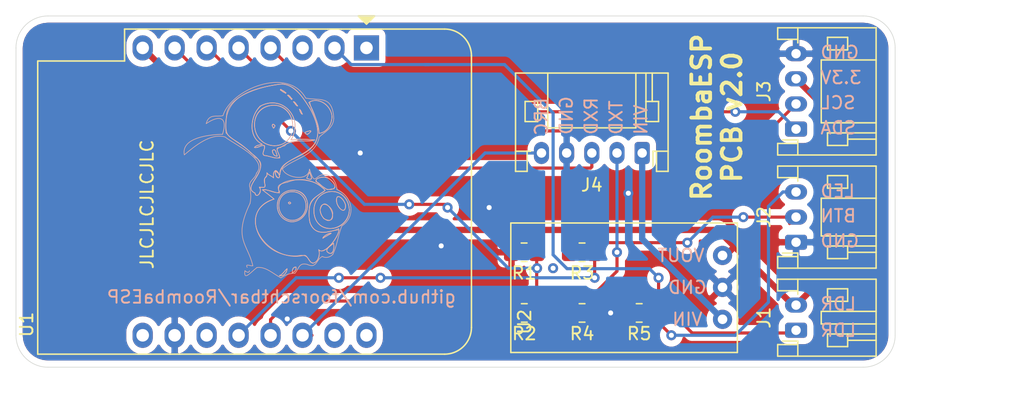
<source format=kicad_pcb>
(kicad_pcb (version 20171130) (host pcbnew "(5.1.8)-1")

  (general
    (thickness 1.6)
    (drawings 214)
    (tracks 125)
    (zones 0)
    (modules 11)
    (nets 20)
  )

  (page A4)
  (layers
    (0 F.Cu signal)
    (31 B.Cu signal)
    (32 B.Adhes user)
    (33 F.Adhes user)
    (34 B.Paste user)
    (35 F.Paste user)
    (36 B.SilkS user)
    (37 F.SilkS user)
    (38 B.Mask user)
    (39 F.Mask user)
    (40 Dwgs.User user)
    (41 Cmts.User user)
    (42 Eco1.User user)
    (43 Eco2.User user)
    (44 Edge.Cuts user)
    (45 Margin user)
    (46 B.CrtYd user)
    (47 F.CrtYd user hide)
    (48 B.Fab user)
    (49 F.Fab user hide)
  )

  (setup
    (last_trace_width 0.25)
    (user_trace_width 0.25)
    (user_trace_width 0.5)
    (trace_clearance 0.2)
    (zone_clearance 0.508)
    (zone_45_only no)
    (trace_min 0.2)
    (via_size 0.8)
    (via_drill 0.4)
    (via_min_size 0.4)
    (via_min_drill 0.3)
    (uvia_size 0.3)
    (uvia_drill 0.1)
    (uvias_allowed no)
    (uvia_min_size 0.2)
    (uvia_min_drill 0.1)
    (edge_width 0.05)
    (segment_width 0.2)
    (pcb_text_width 0.3)
    (pcb_text_size 1.5 1.5)
    (mod_edge_width 0.12)
    (mod_text_size 1 1)
    (mod_text_width 0.15)
    (pad_size 1.524 1.524)
    (pad_drill 0.762)
    (pad_to_mask_clearance 0)
    (aux_axis_origin 197.35 84.25)
    (grid_origin 197.35 84.25)
    (visible_elements 7FFFFFFF)
    (pcbplotparams
      (layerselection 0x010fc_ffffffff)
      (usegerberextensions false)
      (usegerberattributes true)
      (usegerberadvancedattributes true)
      (creategerberjobfile true)
      (excludeedgelayer true)
      (linewidth 0.100000)
      (plotframeref false)
      (viasonmask false)
      (mode 1)
      (useauxorigin false)
      (hpglpennumber 1)
      (hpglpenspeed 20)
      (hpglpendiameter 15.000000)
      (psnegative false)
      (psa4output false)
      (plotreference true)
      (plotvalue true)
      (plotinvisibletext false)
      (padsonsilk false)
      (subtractmaskfromsilk false)
      (outputformat 1)
      (mirror false)
      (drillshape 0)
      (scaleselection 1)
      (outputdirectory "Gerber/"))
  )

  (net 0 "")
  (net 1 MCU_A0)
  (net 2 LCD_SDA)
  (net 3 GND)
  (net 4 RMB_PWR)
  (net 5 RMB_RXD)
  (net 6 RMB_TXD)
  (net 7 RMB_BRC)
  (net 8 SW_LED)
  (net 9 MCU_D7)
  (net 10 MCU_D2)
  (net 11 MCU_D3)
  (net 12 "Net-(U1-Pad16)")
  (net 13 "Net-(U1-Pad15)")
  (net 14 "Net-(U1-Pad11)")
  (net 15 "Net-(U1-Pad9)")
  (net 16 "Net-(U1-Pad3)")
  (net 17 "Net-(U1-Pad1)")
  (net 18 +3V3)
  (net 19 LCD_SCL)

  (net_class Default "This is the default net class."
    (clearance 0.2)
    (trace_width 0.25)
    (via_dia 0.8)
    (via_drill 0.4)
    (uvia_dia 0.3)
    (uvia_drill 0.1)
    (add_net GND)
    (add_net LCD_SCL)
    (add_net LCD_SDA)
    (add_net MCU_A0)
    (add_net MCU_D2)
    (add_net MCU_D3)
    (add_net MCU_D7)
    (add_net "Net-(U1-Pad1)")
    (add_net "Net-(U1-Pad11)")
    (add_net "Net-(U1-Pad15)")
    (add_net "Net-(U1-Pad16)")
    (add_net "Net-(U1-Pad3)")
    (add_net "Net-(U1-Pad9)")
    (add_net RMB_BRC)
    (add_net RMB_RXD)
    (add_net RMB_TXD)
    (add_net SW_LED)
  )

  (net_class Big ""
    (clearance 0.2)
    (trace_width 0.5)
    (via_dia 0.8)
    (via_drill 0.4)
    (uvia_dia 0.3)
    (uvia_drill 0.1)
    (add_net +3V3)
    (add_net RMB_PWR)
  )

  (module Connector_JST:JST_PH_S5B-PH-K_1x05_P2.00mm_Horizontal (layer F.Cu) (tedit 5B7745C6) (tstamp 5FE9D6EB)
    (at 177.25 95.15 180)
    (descr "JST PH series connector, S5B-PH-K (http://www.jst-mfg.com/product/pdf/eng/ePH.pdf), generated with kicad-footprint-generator")
    (tags "connector JST PH top entry")
    (path /5FEA7263)
    (fp_text reference J4 (at 4 -2.55) (layer F.SilkS)
      (effects (font (size 1 1) (thickness 0.15)))
    )
    (fp_text value "ROOMBA SER" (at 4 7.45) (layer F.Fab)
      (effects (font (size 1 1) (thickness 0.15)))
    )
    (fp_line (start 0.5 1.375) (end 0 0.875) (layer F.Fab) (width 0.1))
    (fp_line (start -0.5 1.375) (end 0.5 1.375) (layer F.Fab) (width 0.1))
    (fp_line (start 0 0.875) (end -0.5 1.375) (layer F.Fab) (width 0.1))
    (fp_line (start -0.86 0.14) (end -0.86 -1.075) (layer F.SilkS) (width 0.12))
    (fp_line (start 9.25 0.25) (end -1.25 0.25) (layer F.Fab) (width 0.1))
    (fp_line (start 9.25 -1.35) (end 9.25 0.25) (layer F.Fab) (width 0.1))
    (fp_line (start 9.95 -1.35) (end 9.25 -1.35) (layer F.Fab) (width 0.1))
    (fp_line (start 9.95 6.25) (end 9.95 -1.35) (layer F.Fab) (width 0.1))
    (fp_line (start -1.95 6.25) (end 9.95 6.25) (layer F.Fab) (width 0.1))
    (fp_line (start -1.95 -1.35) (end -1.95 6.25) (layer F.Fab) (width 0.1))
    (fp_line (start -1.25 -1.35) (end -1.95 -1.35) (layer F.Fab) (width 0.1))
    (fp_line (start -1.25 0.25) (end -1.25 -1.35) (layer F.Fab) (width 0.1))
    (fp_line (start 10.45 -1.85) (end -2.45 -1.85) (layer F.CrtYd) (width 0.05))
    (fp_line (start 10.45 6.75) (end 10.45 -1.85) (layer F.CrtYd) (width 0.05))
    (fp_line (start -2.45 6.75) (end 10.45 6.75) (layer F.CrtYd) (width 0.05))
    (fp_line (start -2.45 -1.85) (end -2.45 6.75) (layer F.CrtYd) (width 0.05))
    (fp_line (start -0.8 4.1) (end -0.8 6.36) (layer F.SilkS) (width 0.12))
    (fp_line (start -0.3 4.1) (end -0.3 6.36) (layer F.SilkS) (width 0.12))
    (fp_line (start 8.3 2.5) (end 9.3 2.5) (layer F.SilkS) (width 0.12))
    (fp_line (start 8.3 4.1) (end 8.3 2.5) (layer F.SilkS) (width 0.12))
    (fp_line (start 9.3 4.1) (end 8.3 4.1) (layer F.SilkS) (width 0.12))
    (fp_line (start 9.3 2.5) (end 9.3 4.1) (layer F.SilkS) (width 0.12))
    (fp_line (start -0.3 2.5) (end -1.3 2.5) (layer F.SilkS) (width 0.12))
    (fp_line (start -0.3 4.1) (end -0.3 2.5) (layer F.SilkS) (width 0.12))
    (fp_line (start -1.3 4.1) (end -0.3 4.1) (layer F.SilkS) (width 0.12))
    (fp_line (start -1.3 2.5) (end -1.3 4.1) (layer F.SilkS) (width 0.12))
    (fp_line (start 10.06 0.14) (end 9.14 0.14) (layer F.SilkS) (width 0.12))
    (fp_line (start -2.06 0.14) (end -1.14 0.14) (layer F.SilkS) (width 0.12))
    (fp_line (start 7.5 2) (end 7.5 6.36) (layer F.SilkS) (width 0.12))
    (fp_line (start 0.5 2) (end 7.5 2) (layer F.SilkS) (width 0.12))
    (fp_line (start 0.5 6.36) (end 0.5 2) (layer F.SilkS) (width 0.12))
    (fp_line (start 9.14 0.14) (end 8.86 0.14) (layer F.SilkS) (width 0.12))
    (fp_line (start 9.14 -1.46) (end 9.14 0.14) (layer F.SilkS) (width 0.12))
    (fp_line (start 10.06 -1.46) (end 9.14 -1.46) (layer F.SilkS) (width 0.12))
    (fp_line (start 10.06 6.36) (end 10.06 -1.46) (layer F.SilkS) (width 0.12))
    (fp_line (start -2.06 6.36) (end 10.06 6.36) (layer F.SilkS) (width 0.12))
    (fp_line (start -2.06 -1.46) (end -2.06 6.36) (layer F.SilkS) (width 0.12))
    (fp_line (start -1.14 -1.46) (end -2.06 -1.46) (layer F.SilkS) (width 0.12))
    (fp_line (start -1.14 0.14) (end -1.14 -1.46) (layer F.SilkS) (width 0.12))
    (fp_line (start -0.86 0.14) (end -1.14 0.14) (layer F.SilkS) (width 0.12))
    (fp_text user %R (at 4 2.5) (layer F.Fab)
      (effects (font (size 1 1) (thickness 0.15)))
    )
    (pad 5 thru_hole oval (at 8 0 180) (size 1.2 1.75) (drill 0.75) (layers *.Cu *.Mask)
      (net 7 RMB_BRC))
    (pad 4 thru_hole oval (at 6 0 180) (size 1.2 1.75) (drill 0.75) (layers *.Cu *.Mask)
      (net 3 GND))
    (pad 3 thru_hole oval (at 4 0 180) (size 1.2 1.75) (drill 0.75) (layers *.Cu *.Mask)
      (net 5 RMB_RXD))
    (pad 2 thru_hole oval (at 2 0 180) (size 1.2 1.75) (drill 0.75) (layers *.Cu *.Mask)
      (net 6 RMB_TXD))
    (pad 1 thru_hole roundrect (at 0 0 180) (size 1.2 1.75) (drill 0.75) (layers *.Cu *.Mask) (roundrect_rratio 0.208333)
      (net 4 RMB_PWR))
    (model ${KISYS3DMOD}/Connector_JST.3dshapes/JST_PH_S5B-PH-K_1x05_P2.00mm_Horizontal.wrl
      (at (xyz 0 0 0))
      (scale (xyz 1 1 1))
      (rotate (xyz 0 0 0))
    )
  )

  (module Connector_JST:JST_PH_S3B-PH-K_1x03_P2.00mm_Horizontal (layer F.Cu) (tedit 5B7745C6) (tstamp 5FE96DC9)
    (at 189.476 102.25 90)
    (descr "JST PH series connector, S3B-PH-K (http://www.jst-mfg.com/product/pdf/eng/ePH.pdf), generated with kicad-footprint-generator")
    (tags "connector JST PH top entry")
    (path /5FE9A213)
    (fp_text reference J2 (at 2 -2.55 90) (layer F.SilkS)
      (effects (font (size 1 1) (thickness 0.15)))
    )
    (fp_text value SW/LED (at 2 7.45 90) (layer F.Fab)
      (effects (font (size 1 1) (thickness 0.15)))
    )
    (fp_line (start 0.5 1.375) (end 0 0.875) (layer F.Fab) (width 0.1))
    (fp_line (start -0.5 1.375) (end 0.5 1.375) (layer F.Fab) (width 0.1))
    (fp_line (start 0 0.875) (end -0.5 1.375) (layer F.Fab) (width 0.1))
    (fp_line (start -0.86 0.14) (end -0.86 -1.075) (layer F.SilkS) (width 0.12))
    (fp_line (start 5.25 0.25) (end -1.25 0.25) (layer F.Fab) (width 0.1))
    (fp_line (start 5.25 -1.35) (end 5.25 0.25) (layer F.Fab) (width 0.1))
    (fp_line (start 5.95 -1.35) (end 5.25 -1.35) (layer F.Fab) (width 0.1))
    (fp_line (start 5.95 6.25) (end 5.95 -1.35) (layer F.Fab) (width 0.1))
    (fp_line (start -1.95 6.25) (end 5.95 6.25) (layer F.Fab) (width 0.1))
    (fp_line (start -1.95 -1.35) (end -1.95 6.25) (layer F.Fab) (width 0.1))
    (fp_line (start -1.25 -1.35) (end -1.95 -1.35) (layer F.Fab) (width 0.1))
    (fp_line (start -1.25 0.25) (end -1.25 -1.35) (layer F.Fab) (width 0.1))
    (fp_line (start 6.45 -1.85) (end -2.45 -1.85) (layer F.CrtYd) (width 0.05))
    (fp_line (start 6.45 6.75) (end 6.45 -1.85) (layer F.CrtYd) (width 0.05))
    (fp_line (start -2.45 6.75) (end 6.45 6.75) (layer F.CrtYd) (width 0.05))
    (fp_line (start -2.45 -1.85) (end -2.45 6.75) (layer F.CrtYd) (width 0.05))
    (fp_line (start -0.8 4.1) (end -0.8 6.36) (layer F.SilkS) (width 0.12))
    (fp_line (start -0.3 4.1) (end -0.3 6.36) (layer F.SilkS) (width 0.12))
    (fp_line (start 4.3 2.5) (end 5.3 2.5) (layer F.SilkS) (width 0.12))
    (fp_line (start 4.3 4.1) (end 4.3 2.5) (layer F.SilkS) (width 0.12))
    (fp_line (start 5.3 4.1) (end 4.3 4.1) (layer F.SilkS) (width 0.12))
    (fp_line (start 5.3 2.5) (end 5.3 4.1) (layer F.SilkS) (width 0.12))
    (fp_line (start -0.3 2.5) (end -1.3 2.5) (layer F.SilkS) (width 0.12))
    (fp_line (start -0.3 4.1) (end -0.3 2.5) (layer F.SilkS) (width 0.12))
    (fp_line (start -1.3 4.1) (end -0.3 4.1) (layer F.SilkS) (width 0.12))
    (fp_line (start -1.3 2.5) (end -1.3 4.1) (layer F.SilkS) (width 0.12))
    (fp_line (start 6.06 0.14) (end 5.14 0.14) (layer F.SilkS) (width 0.12))
    (fp_line (start -2.06 0.14) (end -1.14 0.14) (layer F.SilkS) (width 0.12))
    (fp_line (start 3.5 2) (end 3.5 6.36) (layer F.SilkS) (width 0.12))
    (fp_line (start 0.5 2) (end 3.5 2) (layer F.SilkS) (width 0.12))
    (fp_line (start 0.5 6.36) (end 0.5 2) (layer F.SilkS) (width 0.12))
    (fp_line (start 5.14 0.14) (end 4.86 0.14) (layer F.SilkS) (width 0.12))
    (fp_line (start 5.14 -1.46) (end 5.14 0.14) (layer F.SilkS) (width 0.12))
    (fp_line (start 6.06 -1.46) (end 5.14 -1.46) (layer F.SilkS) (width 0.12))
    (fp_line (start 6.06 6.36) (end 6.06 -1.46) (layer F.SilkS) (width 0.12))
    (fp_line (start -2.06 6.36) (end 6.06 6.36) (layer F.SilkS) (width 0.12))
    (fp_line (start -2.06 -1.46) (end -2.06 6.36) (layer F.SilkS) (width 0.12))
    (fp_line (start -1.14 -1.46) (end -2.06 -1.46) (layer F.SilkS) (width 0.12))
    (fp_line (start -1.14 0.14) (end -1.14 -1.46) (layer F.SilkS) (width 0.12))
    (fp_line (start -0.86 0.14) (end -1.14 0.14) (layer F.SilkS) (width 0.12))
    (fp_text user %R (at 2 2.5 90) (layer F.Fab)
      (effects (font (size 1 1) (thickness 0.15)))
    )
    (pad 3 thru_hole oval (at 4 0 90) (size 1.2 1.75) (drill 0.75) (layers *.Cu *.Mask)
      (net 8 SW_LED))
    (pad 2 thru_hole oval (at 2 0 90) (size 1.2 1.75) (drill 0.75) (layers *.Cu *.Mask)
      (net 11 MCU_D3))
    (pad 1 thru_hole roundrect (at 0 0 90) (size 1.2 1.75) (drill 0.75) (layers *.Cu *.Mask) (roundrect_rratio 0.208333)
      (net 3 GND))
    (model ${KISYS3DMOD}/Connector_JST.3dshapes/JST_PH_S3B-PH-K_1x03_P2.00mm_Horizontal.wrl
      (at (xyz 0 0 0))
      (scale (xyz 1 1 1))
      (rotate (xyz 0 0 0))
    )
  )

  (module Connector_JST:JST_PH_S4B-PH-K_1x04_P2.00mm_Horizontal (layer F.Cu) (tedit 5B7745C6) (tstamp 5FEA61F2)
    (at 189.476 93.25 90)
    (descr "JST PH series connector, S4B-PH-K (http://www.jst-mfg.com/product/pdf/eng/ePH.pdf), generated with kicad-footprint-generator")
    (tags "connector JST PH top entry")
    (path /5FE99303)
    (fp_text reference J3 (at 3 -2.55 90) (layer F.SilkS)
      (effects (font (size 1 1) (thickness 0.15)))
    )
    (fp_text value LCD (at 3 7.45 90) (layer F.Fab)
      (effects (font (size 1 1) (thickness 0.15)))
    )
    (fp_line (start 0.5 1.375) (end 0 0.875) (layer F.Fab) (width 0.1))
    (fp_line (start -0.5 1.375) (end 0.5 1.375) (layer F.Fab) (width 0.1))
    (fp_line (start 0 0.875) (end -0.5 1.375) (layer F.Fab) (width 0.1))
    (fp_line (start -0.86 0.14) (end -0.86 -1.075) (layer F.SilkS) (width 0.12))
    (fp_line (start 7.25 0.25) (end -1.25 0.25) (layer F.Fab) (width 0.1))
    (fp_line (start 7.25 -1.35) (end 7.25 0.25) (layer F.Fab) (width 0.1))
    (fp_line (start 7.95 -1.35) (end 7.25 -1.35) (layer F.Fab) (width 0.1))
    (fp_line (start 7.95 6.25) (end 7.95 -1.35) (layer F.Fab) (width 0.1))
    (fp_line (start -1.95 6.25) (end 7.95 6.25) (layer F.Fab) (width 0.1))
    (fp_line (start -1.95 -1.35) (end -1.95 6.25) (layer F.Fab) (width 0.1))
    (fp_line (start -1.25 -1.35) (end -1.95 -1.35) (layer F.Fab) (width 0.1))
    (fp_line (start -1.25 0.25) (end -1.25 -1.35) (layer F.Fab) (width 0.1))
    (fp_line (start 8.45 -1.85) (end -2.45 -1.85) (layer F.CrtYd) (width 0.05))
    (fp_line (start 8.45 6.75) (end 8.45 -1.85) (layer F.CrtYd) (width 0.05))
    (fp_line (start -2.45 6.75) (end 8.45 6.75) (layer F.CrtYd) (width 0.05))
    (fp_line (start -2.45 -1.85) (end -2.45 6.75) (layer F.CrtYd) (width 0.05))
    (fp_line (start -0.8 4.1) (end -0.8 6.36) (layer F.SilkS) (width 0.12))
    (fp_line (start -0.3 4.1) (end -0.3 6.36) (layer F.SilkS) (width 0.12))
    (fp_line (start 6.3 2.5) (end 7.3 2.5) (layer F.SilkS) (width 0.12))
    (fp_line (start 6.3 4.1) (end 6.3 2.5) (layer F.SilkS) (width 0.12))
    (fp_line (start 7.3 4.1) (end 6.3 4.1) (layer F.SilkS) (width 0.12))
    (fp_line (start 7.3 2.5) (end 7.3 4.1) (layer F.SilkS) (width 0.12))
    (fp_line (start -0.3 2.5) (end -1.3 2.5) (layer F.SilkS) (width 0.12))
    (fp_line (start -0.3 4.1) (end -0.3 2.5) (layer F.SilkS) (width 0.12))
    (fp_line (start -1.3 4.1) (end -0.3 4.1) (layer F.SilkS) (width 0.12))
    (fp_line (start -1.3 2.5) (end -1.3 4.1) (layer F.SilkS) (width 0.12))
    (fp_line (start 8.06 0.14) (end 7.14 0.14) (layer F.SilkS) (width 0.12))
    (fp_line (start -2.06 0.14) (end -1.14 0.14) (layer F.SilkS) (width 0.12))
    (fp_line (start 5.5 2) (end 5.5 6.36) (layer F.SilkS) (width 0.12))
    (fp_line (start 0.5 2) (end 5.5 2) (layer F.SilkS) (width 0.12))
    (fp_line (start 0.5 6.36) (end 0.5 2) (layer F.SilkS) (width 0.12))
    (fp_line (start 7.14 0.14) (end 6.86 0.14) (layer F.SilkS) (width 0.12))
    (fp_line (start 7.14 -1.46) (end 7.14 0.14) (layer F.SilkS) (width 0.12))
    (fp_line (start 8.06 -1.46) (end 7.14 -1.46) (layer F.SilkS) (width 0.12))
    (fp_line (start 8.06 6.36) (end 8.06 -1.46) (layer F.SilkS) (width 0.12))
    (fp_line (start -2.06 6.36) (end 8.06 6.36) (layer F.SilkS) (width 0.12))
    (fp_line (start -2.06 -1.46) (end -2.06 6.36) (layer F.SilkS) (width 0.12))
    (fp_line (start -1.14 -1.46) (end -2.06 -1.46) (layer F.SilkS) (width 0.12))
    (fp_line (start -1.14 0.14) (end -1.14 -1.46) (layer F.SilkS) (width 0.12))
    (fp_line (start -0.86 0.14) (end -1.14 0.14) (layer F.SilkS) (width 0.12))
    (fp_text user %R (at 3 2.5 90) (layer F.Fab)
      (effects (font (size 1 1) (thickness 0.15)))
    )
    (pad 4 thru_hole oval (at 6 0 90) (size 1.2 1.75) (drill 0.75) (layers *.Cu *.Mask)
      (net 3 GND))
    (pad 3 thru_hole oval (at 4 0 90) (size 1.2 1.75) (drill 0.75) (layers *.Cu *.Mask)
      (net 18 +3V3))
    (pad 2 thru_hole oval (at 2 0 90) (size 1.2 1.75) (drill 0.75) (layers *.Cu *.Mask)
      (net 19 LCD_SCL))
    (pad 1 thru_hole roundrect (at 0 0 90) (size 1.2 1.75) (drill 0.75) (layers *.Cu *.Mask) (roundrect_rratio 0.208333)
      (net 2 LCD_SDA))
    (model ${KISYS3DMOD}/Connector_JST.3dshapes/JST_PH_S4B-PH-K_1x04_P2.00mm_Horizontal.wrl
      (at (xyz 0 0 0))
      (scale (xyz 1 1 1))
      (rotate (xyz 0 0 0))
    )
  )

  (module Connector_JST:JST_PH_S2B-PH-K_1x02_P2.00mm_Horizontal (layer F.Cu) (tedit 5B7745C6) (tstamp 5FEA385F)
    (at 189.476 109.25 90)
    (descr "JST PH series connector, S2B-PH-K (http://www.jst-mfg.com/product/pdf/eng/ePH.pdf), generated with kicad-footprint-generator")
    (tags "connector JST PH top entry")
    (path /5FED6D2E)
    (fp_text reference J1 (at 1 -2.55 90) (layer F.SilkS)
      (effects (font (size 1 1) (thickness 0.15)))
    )
    (fp_text value LDR (at 1 7.45 90) (layer F.Fab)
      (effects (font (size 1 1) (thickness 0.15)))
    )
    (fp_line (start 0.5 1.375) (end 0 0.875) (layer F.Fab) (width 0.1))
    (fp_line (start -0.5 1.375) (end 0.5 1.375) (layer F.Fab) (width 0.1))
    (fp_line (start 0 0.875) (end -0.5 1.375) (layer F.Fab) (width 0.1))
    (fp_line (start -0.86 0.14) (end -0.86 -1.075) (layer F.SilkS) (width 0.12))
    (fp_line (start 3.25 0.25) (end -1.25 0.25) (layer F.Fab) (width 0.1))
    (fp_line (start 3.25 -1.35) (end 3.25 0.25) (layer F.Fab) (width 0.1))
    (fp_line (start 3.95 -1.35) (end 3.25 -1.35) (layer F.Fab) (width 0.1))
    (fp_line (start 3.95 6.25) (end 3.95 -1.35) (layer F.Fab) (width 0.1))
    (fp_line (start -1.95 6.25) (end 3.95 6.25) (layer F.Fab) (width 0.1))
    (fp_line (start -1.95 -1.35) (end -1.95 6.25) (layer F.Fab) (width 0.1))
    (fp_line (start -1.25 -1.35) (end -1.95 -1.35) (layer F.Fab) (width 0.1))
    (fp_line (start -1.25 0.25) (end -1.25 -1.35) (layer F.Fab) (width 0.1))
    (fp_line (start 4.45 -1.85) (end -2.45 -1.85) (layer F.CrtYd) (width 0.05))
    (fp_line (start 4.45 6.75) (end 4.45 -1.85) (layer F.CrtYd) (width 0.05))
    (fp_line (start -2.45 6.75) (end 4.45 6.75) (layer F.CrtYd) (width 0.05))
    (fp_line (start -2.45 -1.85) (end -2.45 6.75) (layer F.CrtYd) (width 0.05))
    (fp_line (start -0.8 4.1) (end -0.8 6.36) (layer F.SilkS) (width 0.12))
    (fp_line (start -0.3 4.1) (end -0.3 6.36) (layer F.SilkS) (width 0.12))
    (fp_line (start 2.3 2.5) (end 3.3 2.5) (layer F.SilkS) (width 0.12))
    (fp_line (start 2.3 4.1) (end 2.3 2.5) (layer F.SilkS) (width 0.12))
    (fp_line (start 3.3 4.1) (end 2.3 4.1) (layer F.SilkS) (width 0.12))
    (fp_line (start 3.3 2.5) (end 3.3 4.1) (layer F.SilkS) (width 0.12))
    (fp_line (start -0.3 2.5) (end -1.3 2.5) (layer F.SilkS) (width 0.12))
    (fp_line (start -0.3 4.1) (end -0.3 2.5) (layer F.SilkS) (width 0.12))
    (fp_line (start -1.3 4.1) (end -0.3 4.1) (layer F.SilkS) (width 0.12))
    (fp_line (start -1.3 2.5) (end -1.3 4.1) (layer F.SilkS) (width 0.12))
    (fp_line (start 4.06 0.14) (end 3.14 0.14) (layer F.SilkS) (width 0.12))
    (fp_line (start -2.06 0.14) (end -1.14 0.14) (layer F.SilkS) (width 0.12))
    (fp_line (start 1.5 2) (end 1.5 6.36) (layer F.SilkS) (width 0.12))
    (fp_line (start 0.5 2) (end 1.5 2) (layer F.SilkS) (width 0.12))
    (fp_line (start 0.5 6.36) (end 0.5 2) (layer F.SilkS) (width 0.12))
    (fp_line (start 3.14 0.14) (end 2.86 0.14) (layer F.SilkS) (width 0.12))
    (fp_line (start 3.14 -1.46) (end 3.14 0.14) (layer F.SilkS) (width 0.12))
    (fp_line (start 4.06 -1.46) (end 3.14 -1.46) (layer F.SilkS) (width 0.12))
    (fp_line (start 4.06 6.36) (end 4.06 -1.46) (layer F.SilkS) (width 0.12))
    (fp_line (start -2.06 6.36) (end 4.06 6.36) (layer F.SilkS) (width 0.12))
    (fp_line (start -2.06 -1.46) (end -2.06 6.36) (layer F.SilkS) (width 0.12))
    (fp_line (start -1.14 -1.46) (end -2.06 -1.46) (layer F.SilkS) (width 0.12))
    (fp_line (start -1.14 0.14) (end -1.14 -1.46) (layer F.SilkS) (width 0.12))
    (fp_line (start -0.86 0.14) (end -1.14 0.14) (layer F.SilkS) (width 0.12))
    (fp_text user %R (at 1 2.5 90) (layer F.Fab)
      (effects (font (size 1 1) (thickness 0.15)))
    )
    (pad 2 thru_hole oval (at 2 0 90) (size 1.2 1.75) (drill 0.75) (layers *.Cu *.Mask)
      (net 18 +3V3))
    (pad 1 thru_hole roundrect (at 0 0 90) (size 1.2 1.75) (drill 0.75) (layers *.Cu *.Mask) (roundrect_rratio 0.208333)
      (net 1 MCU_A0))
    (model ${KISYS3DMOD}/Connector_JST.3dshapes/JST_PH_S2B-PH-K_1x02_P2.00mm_Horizontal.wrl
      (at (xyz 0 0 0))
      (scale (xyz 1 1 1))
      (rotate (xyz 0 0 0))
    )
  )

  (module Converter_DCDC_Mod:DD4012SA (layer F.Cu) (tedit 600B0E34) (tstamp 600C89CA)
    (at 183.634 108.38 90)
    (path /600BABF8)
    (fp_text reference U2 (at -0.2 -15.72 90) (layer F.SilkS)
      (effects (font (size 1 1) (thickness 0.15)))
    )
    (fp_text value DD4012SA (at 2.64 2.25 90) (layer F.Fab)
      (effects (font (size 1 1) (thickness 0.15)))
    )
    (fp_line (start -2.6386 -16.82) (end 7.6614 -16.82) (layer F.SilkS) (width 0.12))
    (fp_line (start 7.6614 -16.82) (end 7.6614 1.18) (layer F.SilkS) (width 0.12))
    (fp_line (start 7.6614 1.18) (end -2.6386 1.18) (layer F.SilkS) (width 0.12))
    (fp_line (start -2.6386 1.18) (end -2.6386 -16.82) (layer F.SilkS) (width 0.12))
    (pad 3 thru_hole circle (at 5.08 0 90) (size 1.524 1.524) (drill 0.762) (layers *.Cu *.Mask)
      (net 18 +3V3))
    (pad 2 thru_hole circle (at 2.54 0 90) (size 1.524 1.524) (drill 0.762) (layers *.Cu *.Mask)
      (net 3 GND))
    (pad 1 thru_hole circle (at 0 0 90) (size 1.524 1.524) (drill 0.762) (layers *.Cu *.Mask)
      (net 4 RMB_PWR))
    (model ${FOORSCHTBAR}/3d/DD4012SA.step
      (offset (xyz 2.54 7.75 2.54))
      (scale (xyz 1 1 1))
      (rotate (xyz -90 0 0))
    )
  )

  (module Resistor_SMD:R_0805_2012Metric_Pad1.20x1.40mm_HandSolder (layer F.Cu) (tedit 5F68FEEE) (tstamp 5FE96E3C)
    (at 172.474 107.872 180)
    (descr "Resistor SMD 0805 (2012 Metric), square (rectangular) end terminal, IPC_7351 nominal with elongated pad for handsoldering. (Body size source: IPC-SM-782 page 72, https://www.pcb-3d.com/wordpress/wp-content/uploads/ipc-sm-782a_amendment_1_and_2.pdf), generated with kicad-footprint-generator")
    (tags "resistor handsolder")
    (path /5FED9AB3)
    (attr smd)
    (fp_text reference R4 (at 0 -1.65) (layer F.SilkS)
      (effects (font (size 1 1) (thickness 0.15)))
    )
    (fp_text value 1K (at 0 1.65) (layer F.Fab)
      (effects (font (size 1 1) (thickness 0.15)))
    )
    (fp_line (start -1 0.625) (end -1 -0.625) (layer F.Fab) (width 0.1))
    (fp_line (start -1 -0.625) (end 1 -0.625) (layer F.Fab) (width 0.1))
    (fp_line (start 1 -0.625) (end 1 0.625) (layer F.Fab) (width 0.1))
    (fp_line (start 1 0.625) (end -1 0.625) (layer F.Fab) (width 0.1))
    (fp_line (start -0.227064 -0.735) (end 0.227064 -0.735) (layer F.SilkS) (width 0.12))
    (fp_line (start -0.227064 0.735) (end 0.227064 0.735) (layer F.SilkS) (width 0.12))
    (fp_line (start -1.85 0.95) (end -1.85 -0.95) (layer F.CrtYd) (width 0.05))
    (fp_line (start -1.85 -0.95) (end 1.85 -0.95) (layer F.CrtYd) (width 0.05))
    (fp_line (start 1.85 -0.95) (end 1.85 0.95) (layer F.CrtYd) (width 0.05))
    (fp_line (start 1.85 0.95) (end -1.85 0.95) (layer F.CrtYd) (width 0.05))
    (fp_text user %R (at 0 0) (layer F.Fab)
      (effects (font (size 0.5 0.5) (thickness 0.08)))
    )
    (pad 2 smd roundrect (at 1 0 180) (size 1.2 1.4) (layers F.Cu F.Paste F.Mask) (roundrect_rratio 0.2083325)
      (net 1 MCU_A0))
    (pad 1 smd roundrect (at -1 0 180) (size 1.2 1.4) (layers F.Cu F.Paste F.Mask) (roundrect_rratio 0.2083325)
      (net 3 GND))
    (model ${KISYS3DMOD}/Resistor_SMD.3dshapes/R_0805_2012Metric.wrl
      (at (xyz 0 0 0))
      (scale (xyz 1 1 1))
      (rotate (xyz 0 0 0))
    )
  )

  (module Resistor_SMD:R_0805_2012Metric_Pad1.20x1.40mm_HandSolder (layer F.Cu) (tedit 5F68FEEE) (tstamp 5FE96DF7)
    (at 177.014 107.872 180)
    (descr "Resistor SMD 0805 (2012 Metric), square (rectangular) end terminal, IPC_7351 nominal with elongated pad for handsoldering. (Body size source: IPC-SM-782 page 72, https://www.pcb-3d.com/wordpress/wp-content/uploads/ipc-sm-782a_amendment_1_and_2.pdf), generated with kicad-footprint-generator")
    (tags "resistor handsolder")
    (path /5FEBED2D)
    (attr smd)
    (fp_text reference R5 (at 0 -1.65) (layer F.SilkS)
      (effects (font (size 1 1) (thickness 0.15)))
    )
    (fp_text value 330 (at 0 1.65) (layer F.Fab)
      (effects (font (size 1 1) (thickness 0.15)))
    )
    (fp_line (start -1 0.625) (end -1 -0.625) (layer F.Fab) (width 0.1))
    (fp_line (start -1 -0.625) (end 1 -0.625) (layer F.Fab) (width 0.1))
    (fp_line (start 1 -0.625) (end 1 0.625) (layer F.Fab) (width 0.1))
    (fp_line (start 1 0.625) (end -1 0.625) (layer F.Fab) (width 0.1))
    (fp_line (start -0.227064 -0.735) (end 0.227064 -0.735) (layer F.SilkS) (width 0.12))
    (fp_line (start -0.227064 0.735) (end 0.227064 0.735) (layer F.SilkS) (width 0.12))
    (fp_line (start -1.85 0.95) (end -1.85 -0.95) (layer F.CrtYd) (width 0.05))
    (fp_line (start -1.85 -0.95) (end 1.85 -0.95) (layer F.CrtYd) (width 0.05))
    (fp_line (start 1.85 -0.95) (end 1.85 0.95) (layer F.CrtYd) (width 0.05))
    (fp_line (start 1.85 0.95) (end -1.85 0.95) (layer F.CrtYd) (width 0.05))
    (fp_text user %R (at 0 0) (layer F.Fab)
      (effects (font (size 0.5 0.5) (thickness 0.08)))
    )
    (pad 2 smd roundrect (at 1 0 180) (size 1.2 1.4) (layers F.Cu F.Paste F.Mask) (roundrect_rratio 0.2083325)
      (net 10 MCU_D2))
    (pad 1 smd roundrect (at -1 0 180) (size 1.2 1.4) (layers F.Cu F.Paste F.Mask) (roundrect_rratio 0.2083325)
      (net 8 SW_LED))
    (model ${KISYS3DMOD}/Resistor_SMD.3dshapes/R_0805_2012Metric.wrl
      (at (xyz 0 0 0))
      (scale (xyz 1 1 1))
      (rotate (xyz 0 0 0))
    )
  )

  (module Resistor_SMD:R_0805_2012Metric_Pad1.20x1.40mm_HandSolder (layer F.Cu) (tedit 5F68FEEE) (tstamp 5FE96E0E)
    (at 172.474 103.046 180)
    (descr "Resistor SMD 0805 (2012 Metric), square (rectangular) end terminal, IPC_7351 nominal with elongated pad for handsoldering. (Body size source: IPC-SM-782 page 72, https://www.pcb-3d.com/wordpress/wp-content/uploads/ipc-sm-782a_amendment_1_and_2.pdf), generated with kicad-footprint-generator")
    (tags "resistor handsolder")
    (path /5FEC3837)
    (attr smd)
    (fp_text reference R3 (at 0 -1.65) (layer F.SilkS)
      (effects (font (size 1 1) (thickness 0.15)))
    )
    (fp_text value 4,7K (at 0 1.65) (layer F.Fab)
      (effects (font (size 1 1) (thickness 0.15)))
    )
    (fp_line (start -1 0.625) (end -1 -0.625) (layer F.Fab) (width 0.1))
    (fp_line (start -1 -0.625) (end 1 -0.625) (layer F.Fab) (width 0.1))
    (fp_line (start 1 -0.625) (end 1 0.625) (layer F.Fab) (width 0.1))
    (fp_line (start 1 0.625) (end -1 0.625) (layer F.Fab) (width 0.1))
    (fp_line (start -0.227064 -0.735) (end 0.227064 -0.735) (layer F.SilkS) (width 0.12))
    (fp_line (start -0.227064 0.735) (end 0.227064 0.735) (layer F.SilkS) (width 0.12))
    (fp_line (start -1.85 0.95) (end -1.85 -0.95) (layer F.CrtYd) (width 0.05))
    (fp_line (start -1.85 -0.95) (end 1.85 -0.95) (layer F.CrtYd) (width 0.05))
    (fp_line (start 1.85 -0.95) (end 1.85 0.95) (layer F.CrtYd) (width 0.05))
    (fp_line (start 1.85 0.95) (end -1.85 0.95) (layer F.CrtYd) (width 0.05))
    (fp_text user %R (at 0 0) (layer F.Fab)
      (effects (font (size 0.5 0.5) (thickness 0.08)))
    )
    (pad 2 smd roundrect (at 1 0 180) (size 1.2 1.4) (layers F.Cu F.Paste F.Mask) (roundrect_rratio 0.2083325)
      (net 18 +3V3))
    (pad 1 smd roundrect (at -1 0 180) (size 1.2 1.4) (layers F.Cu F.Paste F.Mask) (roundrect_rratio 0.2083325)
      (net 11 MCU_D3))
    (model ${KISYS3DMOD}/Resistor_SMD.3dshapes/R_0805_2012Metric.wrl
      (at (xyz 0 0 0))
      (scale (xyz 1 1 1))
      (rotate (xyz 0 0 0))
    )
  )

  (module Resistor_SMD:R_0805_2012Metric_Pad1.20x1.40mm_HandSolder (layer F.Cu) (tedit 5F68FEEE) (tstamp 5FE96E25)
    (at 167.886 107.872 180)
    (descr "Resistor SMD 0805 (2012 Metric), square (rectangular) end terminal, IPC_7351 nominal with elongated pad for handsoldering. (Body size source: IPC-SM-782 page 72, https://www.pcb-3d.com/wordpress/wp-content/uploads/ipc-sm-782a_amendment_1_and_2.pdf), generated with kicad-footprint-generator")
    (tags "resistor handsolder")
    (path /5FEB98B6)
    (attr smd)
    (fp_text reference R2 (at 0 -1.65) (layer F.SilkS)
      (effects (font (size 1 1) (thickness 0.15)))
    )
    (fp_text value 6.8K (at 0 1.65) (layer F.Fab)
      (effects (font (size 1 1) (thickness 0.15)))
    )
    (fp_line (start -1 0.625) (end -1 -0.625) (layer F.Fab) (width 0.1))
    (fp_line (start -1 -0.625) (end 1 -0.625) (layer F.Fab) (width 0.1))
    (fp_line (start 1 -0.625) (end 1 0.625) (layer F.Fab) (width 0.1))
    (fp_line (start 1 0.625) (end -1 0.625) (layer F.Fab) (width 0.1))
    (fp_line (start -0.227064 -0.735) (end 0.227064 -0.735) (layer F.SilkS) (width 0.12))
    (fp_line (start -0.227064 0.735) (end 0.227064 0.735) (layer F.SilkS) (width 0.12))
    (fp_line (start -1.85 0.95) (end -1.85 -0.95) (layer F.CrtYd) (width 0.05))
    (fp_line (start -1.85 -0.95) (end 1.85 -0.95) (layer F.CrtYd) (width 0.05))
    (fp_line (start 1.85 -0.95) (end 1.85 0.95) (layer F.CrtYd) (width 0.05))
    (fp_line (start 1.85 0.95) (end -1.85 0.95) (layer F.CrtYd) (width 0.05))
    (fp_text user %R (at 0 0) (layer F.Fab)
      (effects (font (size 0.5 0.5) (thickness 0.08)))
    )
    (pad 2 smd roundrect (at 1 0 180) (size 1.2 1.4) (layers F.Cu F.Paste F.Mask) (roundrect_rratio 0.2083325)
      (net 9 MCU_D7))
    (pad 1 smd roundrect (at -1 0 180) (size 1.2 1.4) (layers F.Cu F.Paste F.Mask) (roundrect_rratio 0.2083325)
      (net 6 RMB_TXD))
    (model ${KISYS3DMOD}/Resistor_SMD.3dshapes/R_0805_2012Metric.wrl
      (at (xyz 0 0 0))
      (scale (xyz 1 1 1))
      (rotate (xyz 0 0 0))
    )
  )

  (module Resistor_SMD:R_0805_2012Metric_Pad1.20x1.40mm_HandSolder (layer F.Cu) (tedit 5F68FEEE) (tstamp 5FE96DE0)
    (at 167.87 103.046 180)
    (descr "Resistor SMD 0805 (2012 Metric), square (rectangular) end terminal, IPC_7351 nominal with elongated pad for handsoldering. (Body size source: IPC-SM-782 page 72, https://www.pcb-3d.com/wordpress/wp-content/uploads/ipc-sm-782a_amendment_1_and_2.pdf), generated with kicad-footprint-generator")
    (tags "resistor handsolder")
    (path /5FEB8268)
    (attr smd)
    (fp_text reference R1 (at 0 -1.65) (layer F.SilkS)
      (effects (font (size 1 1) (thickness 0.15)))
    )
    (fp_text value 10K (at 0 1.65) (layer F.Fab)
      (effects (font (size 1 1) (thickness 0.15)))
    )
    (fp_line (start -1 0.625) (end -1 -0.625) (layer F.Fab) (width 0.1))
    (fp_line (start -1 -0.625) (end 1 -0.625) (layer F.Fab) (width 0.1))
    (fp_line (start 1 -0.625) (end 1 0.625) (layer F.Fab) (width 0.1))
    (fp_line (start 1 0.625) (end -1 0.625) (layer F.Fab) (width 0.1))
    (fp_line (start -0.227064 -0.735) (end 0.227064 -0.735) (layer F.SilkS) (width 0.12))
    (fp_line (start -0.227064 0.735) (end 0.227064 0.735) (layer F.SilkS) (width 0.12))
    (fp_line (start -1.85 0.95) (end -1.85 -0.95) (layer F.CrtYd) (width 0.05))
    (fp_line (start -1.85 -0.95) (end 1.85 -0.95) (layer F.CrtYd) (width 0.05))
    (fp_line (start 1.85 -0.95) (end 1.85 0.95) (layer F.CrtYd) (width 0.05))
    (fp_line (start 1.85 0.95) (end -1.85 0.95) (layer F.CrtYd) (width 0.05))
    (fp_text user %R (at 0 0) (layer F.Fab)
      (effects (font (size 0.5 0.5) (thickness 0.08)))
    )
    (pad 2 smd roundrect (at 1 0 180) (size 1.2 1.4) (layers F.Cu F.Paste F.Mask) (roundrect_rratio 0.2083325)
      (net 3 GND))
    (pad 1 smd roundrect (at -1 0 180) (size 1.2 1.4) (layers F.Cu F.Paste F.Mask) (roundrect_rratio 0.2083325)
      (net 9 MCU_D7))
    (model ${KISYS3DMOD}/Resistor_SMD.3dshapes/R_0805_2012Metric.wrl
      (at (xyz 0 0 0))
      (scale (xyz 1 1 1))
      (rotate (xyz 0 0 0))
    )
  )

  (module Module:WEMOS_D1_mini_light (layer F.Cu) (tedit 5BBFB1CE) (tstamp 5FE96E7F)
    (at 155.3464 86.7918 270)
    (descr "16-pin module, column spacing 22.86 mm (900 mils), https://wiki.wemos.cc/products:d1:d1_mini, https://c1.staticflickr.com/1/734/31400410271_f278b087db_z.jpg")
    (tags "ESP8266 WiFi microcontroller")
    (path /5FE90555)
    (fp_text reference U1 (at 22 27 90) (layer F.SilkS)
      (effects (font (size 1 1) (thickness 0.15)))
    )
    (fp_text value WeMos_D1_mini (at 11.7 0 90) (layer F.Fab)
      (effects (font (size 1 1) (thickness 0.15)))
    )
    (fp_line (start 1.04 19.22) (end 1.04 26.12) (layer F.SilkS) (width 0.12))
    (fp_line (start -1.5 19.22) (end 1.04 19.22) (layer F.SilkS) (width 0.12))
    (fp_line (start -0.37 0) (end -1.37 -1) (layer F.Fab) (width 0.1))
    (fp_line (start -1.37 1) (end -0.37 0) (layer F.Fab) (width 0.1))
    (fp_line (start -1.37 -6.21) (end -1.37 -1) (layer F.Fab) (width 0.1))
    (fp_line (start 1.17 19.09) (end 1.17 25.99) (layer F.Fab) (width 0.1))
    (fp_line (start -1.37 19.09) (end 1.17 19.09) (layer F.Fab) (width 0.1))
    (fp_line (start -1.35 -7.4) (end -0.55 -8.2) (layer Dwgs.User) (width 0.1))
    (fp_line (start -1.3 -5.45) (end 1.45 -8.2) (layer Dwgs.User) (width 0.1))
    (fp_line (start -1.35 -3.4) (end 3.45 -8.2) (layer Dwgs.User) (width 0.1))
    (fp_line (start 22.65 -1.4) (end 24.25 -3) (layer Dwgs.User) (width 0.1))
    (fp_line (start 20.65 -1.4) (end 24.25 -5) (layer Dwgs.User) (width 0.1))
    (fp_line (start 18.65 -1.4) (end 24.25 -7) (layer Dwgs.User) (width 0.1))
    (fp_line (start 16.65 -1.4) (end 23.45 -8.2) (layer Dwgs.User) (width 0.1))
    (fp_line (start 14.65 -1.4) (end 21.45 -8.2) (layer Dwgs.User) (width 0.1))
    (fp_line (start 12.65 -1.4) (end 19.45 -8.2) (layer Dwgs.User) (width 0.1))
    (fp_line (start 10.65 -1.4) (end 17.45 -8.2) (layer Dwgs.User) (width 0.1))
    (fp_line (start 8.65 -1.4) (end 15.45 -8.2) (layer Dwgs.User) (width 0.1))
    (fp_line (start 6.65 -1.4) (end 13.45 -8.2) (layer Dwgs.User) (width 0.1))
    (fp_line (start 4.65 -1.4) (end 11.45 -8.2) (layer Dwgs.User) (width 0.1))
    (fp_line (start 2.65 -1.4) (end 9.45 -8.2) (layer Dwgs.User) (width 0.1))
    (fp_line (start 0.65 -1.4) (end 7.45 -8.2) (layer Dwgs.User) (width 0.1))
    (fp_line (start -1.35 -1.4) (end 5.45 -8.2) (layer Dwgs.User) (width 0.1))
    (fp_line (start -1.35 -8.2) (end -1.35 -1.4) (layer Dwgs.User) (width 0.1))
    (fp_line (start 24.25 -8.2) (end -1.35 -8.2) (layer Dwgs.User) (width 0.1))
    (fp_line (start 24.25 -1.4) (end 24.25 -8.2) (layer Dwgs.User) (width 0.1))
    (fp_line (start -1.35 -1.4) (end 24.25 -1.4) (layer Dwgs.User) (width 0.1))
    (fp_poly (pts (xy -2.54 -0.635) (xy -2.54 0.635) (xy -1.905 0)) (layer F.SilkS) (width 0.15))
    (fp_line (start -1.62 26.24) (end -1.62 -8.46) (layer F.CrtYd) (width 0.05))
    (fp_line (start 24.48 26.24) (end -1.62 26.24) (layer F.CrtYd) (width 0.05))
    (fp_line (start 24.48 -8.41) (end 24.48 26.24) (layer F.CrtYd) (width 0.05))
    (fp_line (start -1.62 -8.46) (end 24.48 -8.46) (layer F.CrtYd) (width 0.05))
    (fp_line (start -1.37 1) (end -1.37 19.09) (layer F.Fab) (width 0.1))
    (fp_line (start 22.23 -8.21) (end 0.63 -8.21) (layer F.Fab) (width 0.1))
    (fp_line (start 24.23 25.99) (end 24.23 -6.21) (layer F.Fab) (width 0.1))
    (fp_line (start 1.17 25.99) (end 24.23 25.99) (layer F.Fab) (width 0.1))
    (fp_line (start 22.24 -8.34) (end 0.63 -8.34) (layer F.SilkS) (width 0.12))
    (fp_line (start 24.36 26.12) (end 24.36 -6.21) (layer F.SilkS) (width 0.12))
    (fp_line (start -1.5 19.22) (end -1.5 -6.21) (layer F.SilkS) (width 0.12))
    (fp_line (start 1.04 26.12) (end 24.36 26.12) (layer F.SilkS) (width 0.12))
    (fp_text user "No copper" (at 11.43 -3.81 90) (layer Cmts.User)
      (effects (font (size 1 1) (thickness 0.15)))
    )
    (fp_text user "KEEP OUT" (at 11.43 -6.35 90) (layer Cmts.User)
      (effects (font (size 1 1) (thickness 0.15)))
    )
    (fp_arc (start 22.23 -6.21) (end 24.36 -6.21) (angle -90) (layer F.SilkS) (width 0.12))
    (fp_arc (start 0.63 -6.21) (end 0.63 -8.34) (angle -90) (layer F.SilkS) (width 0.12))
    (fp_arc (start 22.23 -6.21) (end 24.23 -6.19) (angle -90) (layer F.Fab) (width 0.1))
    (fp_arc (start 0.63 -6.21) (end 0.63 -8.21) (angle -90) (layer F.Fab) (width 0.1))
    (fp_text user %R (at 11.43 10 90) (layer F.Fab)
      (effects (font (size 1 1) (thickness 0.15)))
    )
    (pad 16 thru_hole oval (at 22.86 0 270) (size 2 1.6) (drill 1) (layers *.Cu *.Mask)
      (net 12 "Net-(U1-Pad16)"))
    (pad 15 thru_hole oval (at 22.86 2.54 270) (size 2 1.6) (drill 1) (layers *.Cu *.Mask)
      (net 13 "Net-(U1-Pad15)"))
    (pad 14 thru_hole oval (at 22.86 5.08 270) (size 2 1.6) (drill 1) (layers *.Cu *.Mask)
      (net 7 RMB_BRC))
    (pad 13 thru_hole oval (at 22.86 7.62 270) (size 2 1.6) (drill 1) (layers *.Cu *.Mask)
      (net 10 MCU_D2))
    (pad 12 thru_hole oval (at 22.86 10.16 270) (size 2 1.6) (drill 1) (layers *.Cu *.Mask)
      (net 11 MCU_D3))
    (pad 11 thru_hole oval (at 22.86 12.7 270) (size 2 1.6) (drill 1) (layers *.Cu *.Mask)
      (net 14 "Net-(U1-Pad11)"))
    (pad 10 thru_hole oval (at 22.86 15.24 270) (size 2 1.6) (drill 1) (layers *.Cu *.Mask)
      (net 3 GND))
    (pad 9 thru_hole oval (at 22.86 17.78 270) (size 2 1.6) (drill 1) (layers *.Cu *.Mask)
      (net 15 "Net-(U1-Pad9)"))
    (pad 8 thru_hole oval (at 0 17.78 270) (size 2 1.6) (drill 1) (layers *.Cu *.Mask)
      (net 18 +3V3))
    (pad 7 thru_hole oval (at 0 15.24 270) (size 2 1.6) (drill 1) (layers *.Cu *.Mask)
      (net 5 RMB_RXD))
    (pad 6 thru_hole oval (at 0 12.7 270) (size 2 1.6) (drill 1) (layers *.Cu *.Mask)
      (net 9 MCU_D7))
    (pad 5 thru_hole oval (at 0 10.16 270) (size 2 1.6) (drill 1) (layers *.Cu *.Mask)
      (net 19 LCD_SCL))
    (pad 4 thru_hole oval (at 0 7.62 270) (size 2 1.6) (drill 1) (layers *.Cu *.Mask)
      (net 2 LCD_SDA))
    (pad 3 thru_hole oval (at 0 5.08 270) (size 2 1.6) (drill 1) (layers *.Cu *.Mask)
      (net 16 "Net-(U1-Pad3)"))
    (pad 1 thru_hole rect (at 0 0 270) (size 2 2) (drill 1) (layers *.Cu *.Mask)
      (net 17 "Net-(U1-Pad1)"))
    (pad 2 thru_hole oval (at 0 2.54 270) (size 2 1.6) (drill 1) (layers *.Cu *.Mask)
      (net 1 MCU_A0))
    (model ${KISYS3DMOD}/Module.3dshapes/WEMOS_D1_mini_light.wrl
      (at (xyz 0 0 0))
      (scale (xyz 1 1 1))
      (rotate (xyz 0 0 0))
    )
    (model ${KISYS3DMOD}/Connector_PinHeader_2.54mm.3dshapes/PinHeader_1x08_P2.54mm_Vertical.wrl
      (offset (xyz 0 0 9.5))
      (scale (xyz 1 1 1))
      (rotate (xyz 0 -180 0))
    )
    (model ${KISYS3DMOD}/Connector_PinHeader_2.54mm.3dshapes/PinHeader_1x08_P2.54mm_Vertical.wrl
      (offset (xyz 22.86 0 9.5))
      (scale (xyz 1 1 1))
      (rotate (xyz 0 -180 0))
    )
    (model ${KISYS3DMOD}/Connector_PinSocket_2.54mm.3dshapes/PinSocket_1x08_P2.54mm_Vertical.wrl
      (at (xyz 0 0 0))
      (scale (xyz 1 1 1))
      (rotate (xyz 0 0 0))
    )
    (model ${KISYS3DMOD}/Connector_PinSocket_2.54mm.3dshapes/PinSocket_1x08_P2.54mm_Vertical.wrl
      (offset (xyz 22.86 0 0))
      (scale (xyz 1 1 1))
      (rotate (xyz 0 0 0))
    )
  )

  (gr_text VOUT (at 180.332 103.3) (layer B.SilkS)
    (effects (font (size 1 1) (thickness 0.15)) (justify mirror))
  )
  (gr_text VIN (at 180.84 108.38) (layer B.SilkS)
    (effects (font (size 1 1) (thickness 0.15)) (justify mirror))
  )
  (gr_text GND (at 180.84 105.84) (layer B.SilkS)
    (effects (font (size 1 1) (thickness 0.15)) (justify mirror))
  )
  (gr_text github.com/foorschtbar/RoombaESP (at 148.582 106.602) (layer B.SilkS)
    (effects (font (size 1 1) (thickness 0.15)) (justify mirror))
  )
  (gr_curve (pts (xy 153.987243 99.662732) (xy 153.915981 101.395738) (xy 151.246191 101.873196) (xy 151.166193 99.744549)) (layer B.SilkS) (width 0.05))
  (gr_curve (pts (xy 150.871881 91.621506) (xy 153.041213 95.67046) (xy 148.645512 94.922293) (xy 148.467322 96.865166)) (layer B.SilkS) (width 0.05))
  (gr_curve (pts (xy 148.498162 90.140149) (xy 148.773459 90.311093) (xy 148.845594 90.355809) (xy 148.92995 90.408091)) (layer B.SilkS) (width 0.05))
  (gr_curve (pts (xy 148.511645 94.718557) (xy 149.365583 93.999287) (xy 150.405794 94.294933) (xy 151.243363 94.116656)) (layer B.SilkS) (width 0.05))
  (gr_curve (pts (xy 151.881654 101.923522) (xy 152.101746 101.796081) (xy 152.321839 101.668639) (xy 152.54193 101.541198)) (layer B.SilkS) (width 0.05))
  (gr_curve (pts (xy 152.54193 101.541198) (xy 152.318756 101.508084) (xy 151.85634 101.815365) (xy 151.881654 101.923522)) (layer B.SilkS) (width 0.05))
  (gr_curve (pts (xy 149.397278 100.630064) (xy 150.96625 100.604193) (xy 151.167576 98.108786) (xy 149.481033 98.105688)) (layer B.SilkS) (width 0.05))
  (gr_curve (pts (xy 147.08704 98.086829) (xy 147.559317 98.024226) (xy 148.066039 98.338762) (xy 148.434988 98.322549)) (layer B.SilkS) (width 0.05))
  (gr_curve (pts (xy 151.821749 97.891034) (xy 152.348156 98.203314) (xy 151.72606 98.288362) (xy 151.547268 98.493591)) (layer B.SilkS) (width 0.05))
  (gr_curve (pts (xy 149.078814 90.555335) (xy 149.18539 90.667966) (xy 149.291965 90.780596) (xy 149.398541 90.893227)) (layer B.SilkS) (width 0.05))
  (gr_curve (pts (xy 150.254763 92.060961) (xy 150.11985 91.80894) (xy 150.126249 91.72709) (xy 150.027676 91.674687)) (layer B.SilkS) (width 0.05))
  (gr_curve (pts (xy 150.887386 93.377004) (xy 150.370482 93.480742) (xy 150.374795 93.596003) (xy 150.664782 93.665454)) (layer B.SilkS) (width 0.05))
  (gr_curve (pts (xy 149.398541 90.893227) (xy 149.412608 90.878856) (xy 149.426675 90.864486) (xy 149.440742 90.850116)) (layer B.SilkS) (width 0.05))
  (gr_curve (pts (xy 148.467322 96.865166) (xy 148.438046 96.849611) (xy 148.408769 96.834056) (xy 148.379494 96.818501)) (layer B.SilkS) (width 0.05))
  (gr_curve (pts (xy 146.980823 91.389172) (xy 146.061171 92.130022) (xy 145.946015 93.936809) (xy 147.065385 94.453484)) (layer B.SilkS) (width 0.05))
  (gr_curve (pts (xy 151.243363 94.116656) (xy 150.604275 94.044923) (xy 149.980512 94.038118) (xy 149.353545 94.101674)) (layer B.SilkS) (width 0.05))
  (gr_curve (pts (xy 150.027676 91.674687) (xy 150.083771 91.910146) (xy 150.188663 92.090915) (xy 150.254763 92.060961)) (layer B.SilkS) (width 0.05))
  (gr_curve (pts (xy 149.884183 91.403948) (xy 149.666441 91.175328) (xy 149.640424 91.02339) (xy 149.545053 91.073853)) (layer B.SilkS) (width 0.05))
  (gr_curve (pts (xy 150.664782 93.665454) (xy 150.864974 93.513312) (xy 151.021265 93.421575) (xy 150.887386 93.377004)) (layer B.SilkS) (width 0.05))
  (gr_curve (pts (xy 153.141627 101.168017) (xy 153.285775 101.750527) (xy 151.950146 103.341526) (xy 151.551866 102.844811)) (layer B.SilkS) (width 0.05))
  (gr_curve (pts (xy 150.793514 100.168714) (xy 150.806173 101.787032) (xy 152.257925 101.568517) (xy 153.141627 101.168017)) (layer B.SilkS) (width 0.05))
  (gr_curve (pts (xy 148.92995 90.408091) (xy 148.845584 90.178756) (xy 148.576409 90.165159) (xy 148.53545 90.082633)) (layer B.SilkS) (width 0.05))
  (gr_curve (pts (xy 151.095435 103.922187) (xy 150.70489 103.817469) (xy 150.676302 103.226615) (xy 150.384124 103.290574)) (layer B.SilkS) (width 0.05))
  (gr_curve (pts (xy 148.46156 95.541611) (xy 148.43009 95.107947) (xy 147.931257 94.681664) (xy 148.511645 94.718557)) (layer B.SilkS) (width 0.05))
  (gr_curve (pts (xy 151.547268 98.493591) (xy 150.70947 98.971453) (xy 150.814357 99.43357) (xy 150.793514 100.168714)) (layer B.SilkS) (width 0.05))
  (gr_curve (pts (xy 146.834318 97.870567) (xy 147.161754 98.44113) (xy 146.451067 98.732083) (xy 146.497744 98.33813)) (layer B.SilkS) (width 0.05))
  (gr_curve (pts (xy 149.481033 98.105688) (xy 147.882852 98.134895) (xy 147.871505 100.463861) (xy 149.397278 100.630064)) (layer B.SilkS) (width 0.05))
  (gr_curve (pts (xy 147.246797 95.35324) (xy 147.774769 95.41291) (xy 148.115999 95.609861) (xy 148.46156 95.541611)) (layer B.SilkS) (width 0.05))
  (gr_curve (pts (xy 148.00074 98.815361) (xy 147.630759 98.486278) (xy 147.349234 98.305873) (xy 147.08704 98.086829)) (layer B.SilkS) (width 0.05))
  (gr_curve (pts (xy 146.495551 95.488374) (xy 145.919138 94.693414) (xy 144.714437 94.189833) (xy 144.194535 93.553648)) (layer B.SilkS) (width 0.05))
  (gr_curve (pts (xy 150.384124 103.290574) (xy 147.575629 103.994119) (xy 144.68182 99.988863) (xy 148.00074 98.815361)) (layer B.SilkS) (width 0.05))
  (gr_curve (pts (xy 149.353545 94.101674) (xy 150.390523 92.365871) (xy 148.687048 90.496846) (xy 146.980823 91.389172)) (layer B.SilkS) (width 0.05))
  (gr_curve (pts (xy 149.545053 91.073853) (xy 149.762599 91.302444) (xy 149.787961 91.453652) (xy 149.884183 91.403948)) (layer B.SilkS) (width 0.05))
  (gr_curve (pts (xy 147.065385 94.453484) (xy 146.699932 94.562381) (xy 146.544656 94.559) (xy 146.453289 94.709259)) (layer B.SilkS) (width 0.05))
  (gr_curve (pts (xy 148.379494 96.818501) (xy 148.379494 96.818501) (xy 148.386195 96.825327) (xy 148.386195 96.825327)) (layer B.SilkS) (width 0.05))
  (gr_curve (pts (xy 148.434988 98.322549) (xy 147.847329 97.119323) (xy 150.924742 96.932814) (xy 151.821749 97.891034)) (layer B.SilkS) (width 0.05))
  (gr_curve (pts (xy 148.53545 90.082633) (xy 148.523021 90.101805) (xy 148.510591 90.120977) (xy 148.498162 90.140149)) (layer B.SilkS) (width 0.05))
  (gr_curve (pts (xy 146.497744 98.33813) (xy 145.289869 97.891253) (xy 147.98609 96.237732) (xy 146.495551 95.488374)) (layer B.SilkS) (width 0.05))
  (gr_curve (pts (xy 147.231837 94.554854) (xy 147.318891 94.894564) (xy 146.950134 95.284151) (xy 147.246797 95.35324)) (layer B.SilkS) (width 0.05))
  (gr_curve (pts (xy 149.440742 90.850116) (xy 149.209672 90.633786) (xy 149.173103 90.481085) (xy 149.078814 90.555335)) (layer B.SilkS) (width 0.05))
  (gr_curve (pts (xy 146.453289 94.709259) (xy 146.878254 94.747516) (xy 146.992307 94.472528) (xy 147.231837 94.554854)) (layer B.SilkS) (width 0.05))
  (gr_curve (pts (xy 148.205613 89.716985) (xy 149.609203 89.43226) (xy 150.234051 90.699352) (xy 150.871881 91.621506)) (layer B.SilkS) (width 0.05))
  (gr_curve (pts (xy 151.166193 99.744549) (xy 151.186275 97.79932) (xy 153.860792 97.627) (xy 153.987243 99.662732)) (layer B.SilkS) (width 0.05))
  (gr_curve (pts (xy 147.252315 97.24437) (xy 147.254779 97.990084) (xy 147.423179 97.884967) (xy 146.834318 97.870567)) (layer B.SilkS) (width 0.05))
  (gr_curve (pts (xy 151.551866 102.844811) (xy 151.69214 103.346204) (xy 151.504711 103.796074) (xy 151.095435 103.922187)) (layer B.SilkS) (width 0.05))
  (gr_curve (pts (xy 144.194535 93.553648) (xy 143.850128 90.907459) (xy 145.804745 90.077507) (xy 148.205613 89.716985)) (layer B.SilkS) (width 0.05))
  (gr_curve (pts (xy 148.426804 104.901039) (xy 148.842444 105.017836) (xy 149.043888 104.540179) (xy 149.035964 104.361606)) (layer B.SilkS) (width 0.05))
  (gr_curve (pts (xy 149.035964 104.361606) (xy 148.810564 104.539345) (xy 148.638593 104.866381) (xy 148.426804 104.901039)) (layer B.SilkS) (width 0.05))
  (gr_curve (pts (xy 149.731707 104.213922) (xy 149.422309 104.214253) (xy 149.462443 104.616203) (xy 149.445603 104.679737)) (layer B.SilkS) (width 0.05))
  (gr_curve (pts (xy 152.362004 103.099588) (xy 152.791117 103.386153) (xy 152.787016 102.411232) (xy 152.71984 102.329321)) (layer B.SilkS) (width 0.05))
  (gr_curve (pts (xy 152.220402 98.061459) (xy 153.450641 98.143686) (xy 152.58051 97.040462) (xy 151.908888 97.071108)) (layer B.SilkS) (width 0.05))
  (gr_curve (pts (xy 150.756161 91.134811) (xy 151.228771 91.918038) (xy 151.486047 92.813699) (xy 151.575434 93.585083)) (layer B.SilkS) (width 0.05))
  (gr_curve (pts (xy 149.445603 104.679737) (xy 149.723638 104.60244) (xy 149.801406 104.291837) (xy 149.731707 104.213922)) (layer B.SilkS) (width 0.05))
  (gr_curve (pts (xy 150.826627 96.680421) (xy 150.621941 97.054879) (xy 150.678465 96.997572) (xy 150.598688 97.156737)) (layer B.SilkS) (width 0.05))
  (gr_curve (pts (xy 150.598688 97.156737) (xy 151.280552 97.448235) (xy 150.866964 96.928529) (xy 150.826627 96.680421)) (layer B.SilkS) (width 0.05))
  (gr_curve (pts (xy 152.71984 102.329321) (xy 152.405826 102.613344) (xy 151.926156 102.893469) (xy 152.362004 103.099588)) (layer B.SilkS) (width 0.05))
  (gr_curve (pts (xy 151.908888 97.071108) (xy 150.647884 97.222193) (xy 151.857632 97.76479) (xy 152.220402 98.061459)) (layer B.SilkS) (width 0.05))
  (gr_curve (pts (xy 151.166193 99.744549) (xy 151.190107 101.753313) (xy 153.956514 101.518615) (xy 153.98707 99.662808)) (layer B.SilkS) (width 0.05))
  (gr_curve (pts (xy 152.608521 92.275464) (xy 152.545573 91.319961) (xy 151.52918 90.644761) (xy 150.756161 91.134811)) (layer B.SilkS) (width 0.05))
  (gr_curve (pts (xy 153.98707 99.662808) (xy 153.806333 97.602754) (xy 151.185051 97.843137) (xy 151.166193 99.744549)) (layer B.SilkS) (width 0.05))
  (gr_curve (pts (xy 151.575434 93.585083) (xy 152.200507 93.505796) (xy 152.573096 92.917064) (xy 152.608521 92.275464)) (layer B.SilkS) (width 0.05))
  (gr_curve (pts (xy 147.439877 96.730742) (xy 147.478952 97.164958) (xy 147.294228 97.006034) (xy 147.252315 97.24437)) (layer B.SilkS) (width 0.05))
  (gr_curve (pts (xy 147.961497 97.117471) (xy 147.698102 96.886268) (xy 147.540298 96.904318) (xy 147.439877 96.730742)) (layer B.SilkS) (width 0.05))
  (gr_curve (pts (xy 148.386195 96.825327) (xy 148.031663 96.108537) (xy 147.91606 96.934367) (xy 147.961497 97.117471)) (layer B.SilkS) (width 0.05))
  (gr_curve (pts (xy 146.172013 95.157792) (xy 148.262236 96.489554) (xy 145.210565 97.742026) (xy 146.497744 98.33813)) (layer B.SilkS) (width 0.05))
  (gr_curve (pts (xy 144.22702 92.250067) (xy 143.992877 94.373934) (xy 144.594931 93.546882) (xy 146.172013 95.157792)) (layer B.SilkS) (width 0.05))
  (gr_curve (pts (xy 149.661324 104.715881) (xy 149.135985 104.724506) (xy 148.909521 104.858861) (xy 148.548311 105.081478)) (layer B.SilkS) (width 0.05))
  (gr_curve (pts (xy 150.645558 104.014072) (xy 149.953732 103.826663) (xy 149.977058 104.385315) (xy 149.661324 104.715881)) (layer B.SilkS) (width 0.05))
  (gr_curve (pts (xy 152.747923 92.393577) (xy 152.720132 93.179102) (xy 151.98881 93.492701) (xy 151.591807 93.882677)) (layer B.SilkS) (width 0.05))
  (gr_curve (pts (xy 143.946543 92.174626) (xy 144.572997 90.090391) (xy 149.090406 88.215739) (xy 150.522108 90.78594)) (layer B.SilkS) (width 0.05))
  (gr_curve (pts (xy 146.315942 104.11273) (xy 145.919826 102.366817) (xy 144.730605 101.996784) (xy 146.099046 99.149208)) (layer B.SilkS) (width 0.05))
  (gr_curve (pts (xy 146.643754 104.259424) (xy 146.147134 104.63667) (xy 145.573315 105.365439) (xy 145.686718 104.521293)) (layer B.SilkS) (width 0.05))
  (gr_curve (pts (xy 148.69274 89.65869) (xy 147.497919 89.727966) (xy 144.191278 90.49069) (xy 144.22702 92.250067)) (layer B.SilkS) (width 0.05))
  (gr_curve (pts (xy 150.974815 91.812297) (xy 150.445369 90.882987) (xy 149.697179 89.770398) (xy 148.69274 89.65869)) (layer B.SilkS) (width 0.05))
  (gr_curve (pts (xy 153.386533 100.95784) (xy 153.056116 101.812305) (xy 153.032012 102.440613) (xy 152.682015 103.197496)) (layer B.SilkS) (width 0.05))
  (gr_curve (pts (xy 143.910015 93.661859) (xy 144.360308 92.256428) (xy 143.641878 92.110157) (xy 142.613098 92.812558)) (layer B.SilkS) (width 0.05))
  (gr_curve (pts (xy 148.467322 96.865166) (xy 148.318242 95.057306) (xy 152.973944 95.846548) (xy 150.974815 91.812297)) (layer B.SilkS) (width 0.05))
  (gr_curve (pts (xy 150.820325 96.443707) (xy 151.284702 97.900726) (xy 151.224018 96.819723) (xy 152.054019 96.870623)) (layer B.SilkS) (width 0.05))
  (gr_curve (pts (xy 146.609019 96.753806) (xy 147.559718 95.65842) (xy 144.779192 94.433927) (xy 144.119544 93.879287)) (layer B.SilkS) (width 0.05))
  (gr_curve (pts (xy 145.686718 104.521293) (xy 145.920286 104.687549) (xy 146.002419 104.670707) (xy 146.051096 104.519348)) (layer B.SilkS) (width 0.05))
  (gr_curve (pts (xy 153.000029 98.056192) (xy 154.275783 98.604155) (xy 154.531272 100.210643) (xy 153.386533 100.95784)) (layer B.SilkS) (width 0.05))
  (gr_curve (pts (xy 148.669593 96.40306) (xy 148.812128 97.071657) (xy 150.713676 97.521871) (xy 150.820325 96.443707)) (layer B.SilkS) (width 0.05))
  (gr_curve (pts (xy 146.063168 97.797707) (xy 145.996647 97.357282) (xy 146.526897 97.1796) (xy 146.609019 96.753806)) (layer B.SilkS) (width 0.05))
  (gr_curve (pts (xy 151.591807 93.882677) (xy 151.283323 95.421746) (xy 149.584837 95.558195) (xy 148.669593 96.40306)) (layer B.SilkS) (width 0.05))
  (gr_curve (pts (xy 150.522108 90.78594) (xy 151.678397 91.005968) (xy 152.640525 90.543137) (xy 152.747923 92.393577)) (layer B.SilkS) (width 0.05))
  (gr_curve (pts (xy 142.613098 92.812558) (xy 142.830566 91.972022) (xy 143.488796 92.307839) (xy 143.946543 92.174626)) (layer B.SilkS) (width 0.05))
  (gr_curve (pts (xy 140.87372 95.293794) (xy 140.61728 93.924267) (xy 142.843477 93.689986) (xy 143.910015 93.661859)) (layer B.SilkS) (width 0.05))
  (gr_curve (pts (xy 146.099046 99.149208) (xy 146.220505 98.509127) (xy 146.115873 98.218753) (xy 146.063168 97.797707)) (layer B.SilkS) (width 0.05))
  (gr_curve (pts (xy 145.87182 104.249538) (xy 145.656705 103.888399) (xy 146.23367 104.195538) (xy 146.315942 104.11273)) (layer B.SilkS) (width 0.05))
  (gr_curve (pts (xy 148.548311 105.081478) (xy 147.889461 104.735959) (xy 147.362748 104.176107) (xy 146.643754 104.259424)) (layer B.SilkS) (width 0.05))
  (gr_curve (pts (xy 152.682015 103.197496) (xy 152.448004 103.477107) (xy 152.07467 103.521309) (xy 151.842482 103.381603)) (layer B.SilkS) (width 0.05))
  (gr_curve (pts (xy 152.054019 96.870623) (xy 152.659589 96.904621) (xy 152.971003 97.54864) (xy 153.000029 98.056192)) (layer B.SilkS) (width 0.05))
  (gr_curve (pts (xy 144.119544 93.879287) (xy 142.959041 93.53107) (xy 141.697534 94.614115) (xy 140.87372 95.293794)) (layer B.SilkS) (width 0.05))
  (gr_curve (pts (xy 151.842482 103.381603) (xy 151.3672 103.573936) (xy 151.40694 104.383353) (xy 150.645558 104.014072)) (layer B.SilkS) (width 0.05))
  (gr_curve (pts (xy 149.333575 99.133277) (xy 149.292634 99.169336) (xy 149.305334 98.921757) (xy 149.135367 99.113803)) (layer B.SilkS) (width 0.05))
  (gr_curve (pts (xy 149.333575 99.133277) (xy 149.213027 98.961833) (xy 149.200203 99.084381) (xy 149.135367 99.113803)) (layer B.SilkS) (width 0.05))
  (gr_curve (pts (xy 147.847579 92.960313) (xy 147.857301 92.995586) (xy 147.865674 93.024274) (xy 147.958228 93.173235)) (layer B.SilkS) (width 0.05))
  (gr_curve (pts (xy 149.135367 99.113803) (xy 149.178775 99.093361) (xy 149.176349 99.32282) (xy 149.333575 99.133277)) (layer B.SilkS) (width 0.05))
  (gr_curve (pts (xy 149.135367 99.113803) (xy 149.250285 99.310391) (xy 149.277017 99.14852) (xy 149.333575 99.133277)) (layer B.SilkS) (width 0.05))
  (gr_curve (pts (xy 147.958228 93.173235) (xy 148.15774 93.094561) (xy 148.022588 92.695466) (xy 147.847579 92.960313)) (layer B.SilkS) (width 0.05))
  (gr_curve (pts (xy 151.243363 94.116656) (xy 150.424585 94.382169) (xy 149.458459 93.88542) (xy 148.851414 94.572552)) (layer B.SilkS) (width 0.05))
  (gr_curve (pts (xy 149.440742 90.850116) (xy 149.361845 90.839639) (xy 149.293011 90.542976) (xy 149.078814 90.555335)) (layer B.SilkS) (width 0.05))
  (gr_curve (pts (xy 149.510182 100.51266) (xy 150.88663 100.339961) (xy 150.920783 98.263151) (xy 149.434869 98.225911)) (layer B.SilkS) (width 0.05))
  (gr_curve (pts (xy 150.464328 93.499318) (xy 150.440315 93.576952) (xy 150.476515 93.620752) (xy 150.664782 93.665454)) (layer B.SilkS) (width 0.05))
  (gr_curve (pts (xy 148.077094 91.35171) (xy 145.827649 91.350279) (xy 146.012687 94.518836) (xy 148.034785 94.572826)) (layer B.SilkS) (width 0.05))
  (gr_curve (pts (xy 150.841392 91.072483) (xy 150.885783 91.725694) (xy 151.604069 92.611067) (xy 151.575054 93.585057)) (layer B.SilkS) (width 0.05))
  (gr_curve (pts (xy 147.246635 95.353235) (xy 146.949612 95.211006) (xy 147.327547 94.799926) (xy 147.252756 94.615785)) (layer B.SilkS) (width 0.05))
  (gr_curve (pts (xy 149.731707 104.213922) (xy 149.525021 104.290859) (xy 149.463104 104.30412) (xy 149.445603 104.679737)) (layer B.SilkS) (width 0.05))
  (gr_curve (pts (xy 151.575054 93.585057) (xy 152.132379 93.554646) (xy 152.571308 92.974403) (xy 152.608521 92.275464)) (layer B.SilkS) (width 0.05))
  (gr_curve (pts (xy 148.077025 91.351691) (xy 149.942277 91.553345) (xy 150.003543 94.530375) (xy 148.034785 94.572826)) (layer B.SilkS) (width 0.05))
  (gr_curve (pts (xy 152.986469 99.061306) (xy 152.987956 99.389639) (xy 153.600653 100.123359) (xy 153.686219 99.39767)) (layer B.SilkS) (width 0.05))
  (gr_curve (pts (xy 148.958685 90.364114) (xy 148.876059 90.309097) (xy 148.805396 90.262053) (xy 148.53545 90.082633)) (layer B.SilkS) (width 0.05))
  (gr_curve (pts (xy 148.034785 94.572826) (xy 150.024281 94.546695) (xy 149.922947 91.434206) (xy 148.077094 91.35171)) (layer B.SilkS) (width 0.05))
  (gr_curve (pts (xy 148.498162 90.140149) (xy 148.590546 90.143356) (xy 148.713545 90.381646) (xy 148.958685 90.364114)) (layer B.SilkS) (width 0.05))
  (gr_curve (pts (xy 149.035964 104.361606) (xy 148.837714 104.487552) (xy 148.779492 104.761889) (xy 148.426804 104.901039)) (layer B.SilkS) (width 0.05))
  (gr_curve (pts (xy 147.065385 94.453484) (xy 145.845511 93.826654) (xy 146.16919 92.157206) (xy 146.890179 91.424188)) (layer B.SilkS) (width 0.05))
  (gr_curve (pts (xy 153.686219 99.39767) (xy 153.792882 99.077139) (xy 152.82971 98.01136) (xy 152.986469 99.061306)) (layer B.SilkS) (width 0.05))
  (gr_curve (pts (xy 152.608521 92.275464) (xy 152.583533 91.488833) (xy 151.679367 90.693919) (xy 150.841392 91.072483)) (layer B.SilkS) (width 0.05))
  (gr_curve (pts (xy 152.212312 102.991811) (xy 152.508762 103.363584) (xy 152.879944 102.979953) (xy 152.71984 102.329321)) (layer B.SilkS) (width 0.05))
  (gr_curve (pts (xy 148.53545 90.082633) (xy 148.523021 90.101805) (xy 148.510591 90.120977) (xy 148.498162 90.140149)) (layer B.SilkS) (width 0.05))
  (gr_curve (pts (xy 147.252756 94.615785) (xy 147.11071 94.41559) (xy 146.577163 94.824082) (xy 146.453289 94.709259)) (layer B.SilkS) (width 0.05))
  (gr_curve (pts (xy 148.257868 95.395619) (xy 148.140431 95.075464) (xy 148.174917 94.974105) (xy 148.029144 94.888738)) (layer B.SilkS) (width 0.05))
  (gr_curve (pts (xy 153.058177 98.627885) (xy 152.634561 99.079598) (xy 153.652567 100.278759) (xy 153.686219 99.39767)) (layer B.SilkS) (width 0.05))
  (gr_curve (pts (xy 148.451444 95.439611) (xy 148.305752 95.761045) (xy 147.448649 95.296706) (xy 147.246635 95.353235)) (layer B.SilkS) (width 0.05))
  (gr_curve (pts (xy 152.71984 102.329321) (xy 152.633345 102.490664) (xy 152.093442 102.67324) (xy 152.212312 102.991811)) (layer B.SilkS) (width 0.05))
  (gr_curve (pts (xy 149.884183 91.403948) (xy 149.804433 91.376385) (xy 149.763888 91.12147) (xy 149.545053 91.073853)) (layer B.SilkS) (width 0.05))
  (gr_curve (pts (xy 149.434869 98.225911) (xy 150.920324 98.205219) (xy 150.943892 100.630283) (xy 149.317304 100.501901)) (layer B.SilkS) (width 0.05))
  (gr_curve (pts (xy 147.861142 94.956636) (xy 147.92943 95.153562) (xy 147.912265 95.392601) (xy 148.257868 95.395619)) (layer B.SilkS) (width 0.05))
  (gr_curve (pts (xy 150.254763 92.060961) (xy 150.194224 92.000504) (xy 150.209843 91.839808) (xy 150.027676 91.674687)) (layer B.SilkS) (width 0.05))
  (gr_curve (pts (xy 149.445603 104.679737) (xy 149.550667 104.633466) (xy 149.851147 104.47517) (xy 149.731707 104.213922)) (layer B.SilkS) (width 0.05))
  (gr_curve (pts (xy 152.549019 98.01035) (xy 153.281484 98.074298) (xy 152.482244 96.949441) (xy 151.908898 97.071134)) (layer B.SilkS) (width 0.05))
  (gr_curve (pts (xy 149.078814 90.555335) (xy 149.18539 90.667966) (xy 149.291965 90.780596) (xy 149.398541 90.893227)) (layer B.SilkS) (width 0.05))
  (gr_curve (pts (xy 151.908898 97.071134) (xy 151.794264 97.043547) (xy 151.185233 97.187361) (xy 151.349326 97.449742)) (layer B.SilkS) (width 0.05))
  (gr_curve (pts (xy 148.426804 104.901039) (xy 148.669636 104.976604) (xy 149.015109 104.784979) (xy 149.035964 104.361606)) (layer B.SilkS) (width 0.05))
  (gr_curve (pts (xy 149.317304 100.501901) (xy 148.077731 100.278641) (xy 148.006943 98.279238) (xy 149.434869 98.225911)) (layer B.SilkS) (width 0.05))
  (gr_curve (pts (xy 148.257868 95.395619) (xy 148.218971 95.338284) (xy 148.137778 94.677169) (xy 147.861142 94.956636)) (layer B.SilkS) (width 0.05))
  (gr_curve (pts (xy 147.958228 93.173235) (xy 148.07012 93.039458) (xy 148.079001 93.012176) (xy 148.086654 92.98035)) (layer B.SilkS) (width 0.05))
  (gr_curve (pts (xy 148.086654 92.98035) (xy 147.777587 92.642539) (xy 147.853234 93.088602) (xy 147.958228 93.173235)) (layer B.SilkS) (width 0.05))
  (gr_curve (pts (xy 152.54193 101.541198) (xy 152.449392 101.467087) (xy 151.95155 101.721544) (xy 151.881654 101.923522)) (layer B.SilkS) (width 0.05))
  (gr_curve (pts (xy 148.851414 94.572552) (xy 147.999452 94.814402) (xy 148.258456 94.86591) (xy 148.451444 95.439611)) (layer B.SilkS) (width 0.05))
  (gr_curve (pts (xy 151.881654 101.923522) (xy 152.101746 101.796081) (xy 152.321839 101.668639) (xy 152.54193 101.541198)) (layer B.SilkS) (width 0.05))
  (gr_curve (pts (xy 149.434869 98.225911) (xy 147.955616 98.268927) (xy 148.085707 100.524661) (xy 149.510182 100.51266)) (layer B.SilkS) (width 0.05))
  (gr_curve (pts (xy 149.397278 100.630064) (xy 147.765002 100.390065) (xy 147.902207 97.983597) (xy 149.661633 98.118102)) (layer B.SilkS) (width 0.05))
  (gr_curve (pts (xy 149.661633 98.118102) (xy 151.144402 98.405437) (xy 150.930278 100.558589) (xy 149.397278 100.630064)) (layer B.SilkS) (width 0.05))
  (gr_curve (pts (xy 151.667322 99.659524) (xy 151.695419 99.987088) (xy 151.840577 100.229268) (xy 151.951914 100.366723)) (layer B.SilkS) (width 0.05))
  (gr_curve (pts (xy 150.027676 91.674687) (xy 150.040445 91.745353) (xy 150.088744 91.997232) (xy 150.254763 92.060961)) (layer B.SilkS) (width 0.05))
  (gr_curve (pts (xy 149.545053 91.073853) (xy 149.624871 91.101446) (xy 149.664754 91.356016) (xy 149.884183 91.403948)) (layer B.SilkS) (width 0.05))
  (gr_curve (pts (xy 153.686219 99.39767) (xy 153.664335 99.03947) (xy 153.362074 98.58083) (xy 153.058177 98.627885)) (layer B.SilkS) (width 0.05))
  (gr_curve (pts (xy 150.664782 93.665454) (xy 150.811065 93.574376) (xy 151.245666 93.221269) (xy 150.464328 93.499318)) (layer B.SilkS) (width 0.05))
  (gr_curve (pts (xy 149.353545 94.101674) (xy 149.980512 94.038118) (xy 150.604275 94.044923) (xy 151.243363 94.116656)) (layer B.SilkS) (width 0.05))
  (gr_curve (pts (xy 148.121123 96.622136) (xy 147.937325 96.851706) (xy 148.609846 97.520114) (xy 148.379494 96.818501)) (layer B.SilkS) (width 0.05))
  (gr_curve (pts (xy 148.386195 96.825327) (xy 148.332502 96.807215) (xy 148.365201 96.720409) (xy 148.121123 96.622136)) (layer B.SilkS) (width 0.05))
  (gr_curve (pts (xy 150.598688 97.156737) (xy 150.975528 97.325967) (xy 151.084909 97.23922) (xy 150.826627 96.680421)) (layer B.SilkS) (width 0.05))
  (gr_curve (pts (xy 150.826627 96.680421) (xy 150.78448 96.756207) (xy 150.705398 96.901777) (xy 150.598688 97.156737)) (layer B.SilkS) (width 0.05))
  (gr_curve (pts (xy 151.349326 97.449742) (xy 151.702323 97.503378) (xy 152.004666 98.224573) (xy 152.549019 98.01035)) (layer B.SilkS) (width 0.05))
  (gr_curve (pts (xy 146.890179 91.424188) (xy 148.747687 90.438998) (xy 150.394693 92.48514) (xy 149.353545 94.101674)) (layer B.SilkS) (width 0.05))
  (gr_curve (pts (xy 146.453289 94.709259) (xy 146.664095 94.450131) (xy 146.931752 94.545213) (xy 147.065385 94.453484)) (layer B.SilkS) (width 0.05))
  (gr_curve (pts (xy 148.029144 94.888738) (xy 147.651534 94.917385) (xy 148.036437 95.483937) (xy 148.257868 95.395619)) (layer B.SilkS) (width 0.05))
  (gr_curve (pts (xy 151.951914 100.366723) (xy 153.504165 101.160508) (xy 152.08267 98.071893) (xy 151.667322 99.659524)) (layer B.SilkS) (width 0.05))
  (gr_curve (pts (xy 148.379494 96.818501) (xy 148.379494 96.818501) (xy 148.386195 96.825327) (xy 148.386195 96.825327)) (layer B.SilkS) (width 0.05))
  (gr_curve (pts (xy 148.034785 94.572826) (xy 146.005074 94.538741) (xy 145.819332 91.278801) (xy 148.077025 91.351691)) (layer B.SilkS) (width 0.05))
  (gr_curve (pts (xy 152.668113 99.938436) (xy 152.63591 99.374064) (xy 151.721788 98.831655) (xy 151.667322 99.659524)) (layer B.SilkS) (width 0.05))
  (gr_curve (pts (xy 151.667322 99.659524) (xy 151.609288 100.285661) (xy 152.622978 101.108926) (xy 152.668113 99.938436)) (layer B.SilkS) (width 0.05))
  (gr_curve (pts (xy 149.398541 90.893227) (xy 149.412608 90.878856) (xy 149.426675 90.864486) (xy 149.440742 90.850116)) (layer B.SilkS) (width 0.05))
  (gr_curve (pts (xy 151.551866 102.844811) (xy 152.023002 103.37699) (xy 153.165278 101.723119) (xy 153.154 101.268)) (layer B.SilkS) (width 0.05))
  (gr_curve (pts (xy 150.907307 103.820011) (xy 151.425077 104.176558) (xy 151.721989 103.170532) (xy 151.551866 102.844811)) (layer B.SilkS) (width 0.05))
  (gr_curve (pts (xy 147.439877 96.730742) (xy 147.636914 96.960836) (xy 147.809269 96.975319) (xy 147.961497 97.117471)) (layer B.SilkS) (width 0.05))
  (gr_curve (pts (xy 146.834318 97.870567) (xy 147.290241 97.945613) (xy 147.368538 97.848731) (xy 147.250223 97.554968)) (layer B.SilkS) (width 0.05))
  (gr_curve (pts (xy 147.08704 98.086829) (xy 147.459707 98.386831) (xy 147.75505 98.591281) (xy 148.00074 98.815361)) (layer B.SilkS) (width 0.05))
  (gr_curve (pts (xy 147.250223 97.554968) (xy 147.116685 96.999866) (xy 147.513106 97.110303) (xy 147.439877 96.730742)) (layer B.SilkS) (width 0.05))
  (gr_curve (pts (xy 148.438592 98.22515) (xy 148.196294 98.499884) (xy 147.328949 97.917076) (xy 147.08704 98.086829)) (layer B.SilkS) (width 0.05))
  (gr_curve (pts (xy 149.844532 103.337) (xy 150.606901 103.161265) (xy 150.681192 103.515912) (xy 150.907307 103.820011)) (layer B.SilkS) (width 0.05))
  (gr_curve (pts (xy 147.961497 97.117471) (xy 147.843447 96.409139) (xy 148.305007 96.518908) (xy 148.386195 96.825327)) (layer B.SilkS) (width 0.05))
  (gr_curve (pts (xy 148.379494 96.818501) (xy 148.408769 96.834056) (xy 148.438046 96.849611) (xy 148.467322 96.865166)) (layer B.SilkS) (width 0.05))
  (gr_curve (pts (xy 150.854004 100.682331) (xy 150.579858 99.093872) (xy 151.049253 98.785492) (xy 152.067392 98.122906)) (layer B.SilkS) (width 0.05))
  (gr_curve (pts (xy 148.00074 98.815361) (xy 145.214801 99.601753) (xy 146.682992 103.478458) (xy 149.844532 103.337)) (layer B.SilkS) (width 0.05))
  (gr_curve (pts (xy 148.121124 96.622136) (xy 148.056323 97.328725) (xy 148.636136 97.197307) (xy 148.379494 96.818501)) (layer B.SilkS) (width 0.05))
  (gr_curve (pts (xy 148.386195 96.825327) (xy 148.218358 96.635309) (xy 148.234789 96.678981) (xy 148.121124 96.622136)) (layer B.SilkS) (width 0.05))
  (gr_curve (pts (xy 146.497744 98.33813) (xy 146.643328 98.922359) (xy 147.10405 98.037334) (xy 146.834318 97.870567)) (layer B.SilkS) (width 0.05))
  (gr_curve (pts (xy 149.069745 97.47191) (xy 148.394129 97.620707) (xy 148.175526 97.739527) (xy 148.438592 98.22515)) (layer B.SilkS) (width 0.05))
  (gr_curve (pts (xy 152.067392 98.122906) (xy 151.261692 97.283703) (xy 150.151705 97.038944) (xy 149.069745 97.47191)) (layer B.SilkS) (width 0.05))
  (gr_curve (pts (xy 153.154 101.268) (xy 152.274192 101.323009) (xy 151.361658 101.924176) (xy 150.854004 100.682331)) (layer B.SilkS) (width 0.05))
  (gr_arc (start 130.04 86.79) (end 130.04 84.25) (angle -90) (layer Edge.Cuts) (width 0.05))
  (gr_arc (start 130.04 109.65) (end 127.5 109.65) (angle -90) (layer Edge.Cuts) (width 0.05))
  (gr_arc (start 194.81 109.65) (end 194.81 112.19) (angle -90) (layer Edge.Cuts) (width 0.05))
  (gr_arc (start 194.81 86.79) (end 197.35 86.79) (angle -90) (layer Edge.Cuts) (width 0.05))
  (gr_line (start 197.35 84.885) (end 127.5 84.885) (layer Dwgs.User) (width 0.15))
  (gr_text "LDR\n" (at 192.830953 109.25) (layer B.SilkS) (tstamp 5FEAA251)
    (effects (font (size 1 1) (thickness 0.15)) (justify mirror))
  )
  (gr_line (start 191.55 84.45) (end 191.55 112.39) (layer Dwgs.User) (width 0.12))
  (gr_text VIN (at 177.15 92.5 90) (layer B.SilkS)
    (effects (font (size 1 1) (thickness 0.15)) (justify mirror))
  )
  (gr_text TXD (at 175.175 92.333333 90) (layer B.SilkS)
    (effects (font (size 1 1) (thickness 0.15)) (justify mirror))
  )
  (gr_text RXD (at 173.2 92.214286 90) (layer B.SilkS)
    (effects (font (size 1 1) (thickness 0.15)) (justify mirror))
  )
  (gr_text GND (at 171.225 92.166667 90) (layer B.SilkS)
    (effects (font (size 1 1) (thickness 0.15)) (justify mirror))
  )
  (gr_text BRC (at 169.25 92.25 90) (layer B.SilkS)
    (effects (font (size 1 1) (thickness 0.15)) (justify mirror))
  )
  (gr_text SDA (at 192.830953 93.15) (layer B.SilkS)
    (effects (font (size 1 1) (thickness 0.15)) (justify mirror))
  )
  (gr_text SCL (at 192.807143 91.15) (layer B.SilkS)
    (effects (font (size 1 1) (thickness 0.15)) (justify mirror))
  )
  (gr_text 3.3V (at 193.045238 89.15) (layer B.SilkS)
    (effects (font (size 1 1) (thickness 0.15)) (justify mirror))
  )
  (gr_text GND (at 192.95 87.15) (layer B.SilkS)
    (effects (font (size 1 1) (thickness 0.15)) (justify mirror))
  )
  (gr_text GND (at 192.95 102.15) (layer B.SilkS)
    (effects (font (size 1 1) (thickness 0.15)) (justify mirror))
  )
  (gr_text BTN (at 192.830953 100.15) (layer B.SilkS)
    (effects (font (size 1 1) (thickness 0.15)) (justify mirror))
  )
  (gr_text LED (at 192.783334 98.19) (layer B.SilkS)
    (effects (font (size 1 1) (thickness 0.15)) (justify mirror))
  )
  (gr_text "LDR\n" (at 192.830953 107.15) (layer B.SilkS)
    (effects (font (size 1 1) (thickness 0.15)) (justify mirror))
  )
  (dimension 27.94 (width 0.15) (layer Dwgs.User)
    (gr_text "27,940 mm" (at 206.223721 98.22 270) (layer Dwgs.User)
      (effects (font (size 1 1) (thickness 0.15)))
    )
    (feature1 (pts (xy 197.35 112.19) (xy 205.510142 112.19)))
    (feature2 (pts (xy 197.35 84.25) (xy 205.510142 84.25)))
    (crossbar (pts (xy 204.923721 84.25) (xy 204.923721 112.19)))
    (arrow1a (pts (xy 204.923721 112.19) (xy 204.3373 111.063496)))
    (arrow1b (pts (xy 204.923721 112.19) (xy 205.510142 111.063496)))
    (arrow2a (pts (xy 204.923721 84.25) (xy 204.3373 85.376504)))
    (arrow2b (pts (xy 204.923721 84.25) (xy 205.510142 85.376504)))
  )
  (gr_line (start 127.5 109.65) (end 127.5 86.79) (layer Edge.Cuts) (width 0.05) (tstamp 5FEA58FA))
  (gr_line (start 194.81 112.19) (end 130.04 112.19) (layer Edge.Cuts) (width 0.05))
  (gr_line (start 197.35 86.79) (end 197.35 109.65) (layer Edge.Cuts) (width 0.05))
  (gr_line (start 130.04 84.25) (end 194.81 84.25) (layer Edge.Cuts) (width 0.05))
  (gr_text "RoombaESP\nPCB v2.0" (at 183.18 92.3 90) (layer F.SilkS)
    (effects (font (size 1.5 1.5) (thickness 0.3)))
  )
  (dimension 69.85 (width 0.15) (layer Dwgs.User)
    (gr_text "69,850 mm" (at 162.425 116.49) (layer Dwgs.User)
      (effects (font (size 1 1) (thickness 0.15)) hide)
    )
    (feature1 (pts (xy 197.35 112.19) (xy 197.35 115.776421)))
    (feature2 (pts (xy 127.5 112.19) (xy 127.5 115.776421)))
    (crossbar (pts (xy 127.5 115.19) (xy 197.35 115.19)))
    (arrow1a (pts (xy 197.35 115.19) (xy 196.223496 115.776421)))
    (arrow1b (pts (xy 197.35 115.19) (xy 196.223496 114.603579)))
    (arrow2a (pts (xy 127.5 115.19) (xy 128.626504 115.776421)))
    (arrow2b (pts (xy 127.5 115.19) (xy 128.626504 114.603579)))
  )
  (gr_text JLCJLCJLCJLC (at 137.914 99.236 90) (layer F.SilkS)
    (effects (font (size 1 1) (thickness 0.15)))
  )

  (segment (start 172.49901 106.84699) (end 171.474 107.872) (width 0.25) (layer F.Cu) (net 1))
  (via (at 178.554 105.078) (size 0.8) (drill 0.4) (layers F.Cu B.Cu) (net 1))
  (segment (start 178.554 105.078) (end 178.554 106.83798) (width 0.25) (layer F.Cu) (net 1))
  (segment (start 178.54499 106.84699) (end 172.49901 106.84699) (width 0.25) (layer F.Cu) (net 1))
  (segment (start 178.554 106.83798) (end 178.54499 106.84699) (width 0.25) (layer F.Cu) (net 1))
  (segment (start 178.60218 106.84699) (end 178.54499 106.84699) (width 0.25) (layer F.Cu) (net 1))
  (segment (start 154.131401 88.116801) (end 152.8064 86.7918) (width 0.25) (layer B.Cu) (net 1))
  (segment (start 178.59317 106.83798) (end 178.554 106.83798) (width 0.25) (layer F.Cu) (net 1))
  (segment (start 181.222191 109.467001) (end 178.59317 106.83798) (width 0.25) (layer F.Cu) (net 1))
  (segment (start 189.258999 109.467001) (end 181.222191 109.467001) (width 0.25) (layer F.Cu) (net 1))
  (segment (start 189.476 109.25) (end 189.258999 109.467001) (width 0.25) (layer F.Cu) (net 1))
  (segment (start 166.316801 88.116801) (end 160.016801 88.116801) (width 0.25) (layer B.Cu) (net 1))
  (segment (start 170.17501 91.97501) (end 166.316801 88.116801) (width 0.25) (layer B.Cu) (net 1))
  (segment (start 170.17501 103.246008) (end 170.17501 91.97501) (width 0.25) (layer B.Cu) (net 1))
  (segment (start 171.282001 104.352999) (end 170.17501 103.246008) (width 0.25) (layer B.Cu) (net 1))
  (segment (start 177.828999 104.352999) (end 171.282001 104.352999) (width 0.25) (layer B.Cu) (net 1))
  (segment (start 178.554 105.078) (end 177.828999 104.352999) (width 0.25) (layer B.Cu) (net 1))
  (segment (start 160.016801 88.116801) (end 154.131401 88.116801) (width 0.25) (layer B.Cu) (net 1))
  (segment (start 160.321803 88.116801) (end 160.016801 88.116801) (width 0.25) (layer B.Cu) (net 1))
  (via (at 184.65 91.87) (size 0.8) (drill 0.4) (layers F.Cu B.Cu) (net 2))
  (segment (start 152.8046 91.87) (end 147.7264 86.7918) (width 0.25) (layer F.Cu) (net 2))
  (segment (start 184.65 91.87) (end 152.8046 91.87) (width 0.25) (layer F.Cu) (net 2))
  (segment (start 188.096 91.87) (end 189.476 93.25) (width 0.25) (layer B.Cu) (net 2))
  (segment (start 184.65 91.87) (end 188.096 91.87) (width 0.25) (layer B.Cu) (net 2))
  (segment (start 189.27 87.25) (end 189.476 87.25) (width 0.25) (layer B.Cu) (net 3))
  (via (at 149.05 108.35) (size 0.8) (drill 0.4) (layers F.Cu B.Cu) (net 3))
  (via (at 174.744 107.872) (size 0.8) (drill 0.4) (layers F.Cu B.Cu) (net 3))
  (via (at 161.282 102.538) (size 0.8) (drill 0.4) (layers F.Cu B.Cu) (net 3))
  (via (at 165.092 99.49) (size 0.8) (drill 0.4) (layers F.Cu B.Cu) (net 3))
  (via (at 170.172 104.316) (size 0.8) (drill 0.4) (layers F.Cu B.Cu) (net 3))
  (via (at 176.15 98.35) (size 0.8) (drill 0.4) (layers F.Cu B.Cu) (net 3))
  (via (at 154.85 95.15) (size 0.8) (drill 0.4) (layers F.Cu B.Cu) (net 3))
  (segment (start 177.25 101.996) (end 178.477 103.223) (width 0.5) (layer B.Cu) (net 4))
  (segment (start 177.25 95.15) (end 177.25 101.996) (width 0.5) (layer B.Cu) (net 4))
  (segment (start 178.477 103.223) (end 183.634 108.38) (width 0.5) (layer B.Cu) (net 4))
  (segment (start 178.3 103.046) (end 178.477 103.223) (width 0.5) (layer B.Cu) (net 4))
  (segment (start 173.25 95.15) (end 173.25 96.25) (width 0.25) (layer F.Cu) (net 5))
  (segment (start 149.66461 96.35001) (end 148.2573 94.9427) (width 0.25) (layer F.Cu) (net 5))
  (segment (start 173.14999 96.35001) (end 149.66461 96.35001) (width 0.25) (layer F.Cu) (net 5))
  (segment (start 173.25 96.25) (end 173.14999 96.35001) (width 0.25) (layer F.Cu) (net 5))
  (segment (start 148.2573 94.9427) (end 140.1064 86.7918) (width 0.25) (layer F.Cu) (net 5))
  (segment (start 148.4866 95.172) (end 148.2573 94.9427) (width 0.25) (layer F.Cu) (net 5))
  (via (at 175.25 103.046) (size 0.8) (drill 0.4) (layers F.Cu B.Cu) (net 6))
  (segment (start 175.25 95.15) (end 175.25 103.046) (width 0.25) (layer B.Cu) (net 6))
  (segment (start 170.36102 106.39698) (end 168.886 107.872) (width 0.25) (layer F.Cu) (net 6))
  (segment (start 173.40302 106.39698) (end 170.36102 106.39698) (width 0.25) (layer F.Cu) (net 6))
  (segment (start 175.25 104.55) (end 173.40302 106.39698) (width 0.25) (layer F.Cu) (net 6))
  (segment (start 175.25 103.046) (end 175.25 104.55) (width 0.25) (layer F.Cu) (net 6))
  (segment (start 150.2664 109.6518) (end 151.015396 109.6518) (width 0.25) (layer F.Cu) (net 7))
  (segment (start 164.7682 95.15) (end 161.4091 98.5091) (width 0.25) (layer B.Cu) (net 7))
  (segment (start 169.25 95.15) (end 164.7682 95.15) (width 0.25) (layer B.Cu) (net 7))
  (segment (start 161.4091 98.5091) (end 150.2664 109.6518) (width 0.25) (layer B.Cu) (net 7))
  (segment (start 161.6982 98.22) (end 161.4091 98.5091) (width 0.25) (layer B.Cu) (net 7))
  (via (at 179.57 109.65) (size 0.8) (drill 0.4) (layers F.Cu B.Cu) (net 8))
  (segment (start 178.014 108.094) (end 178.014 108.059) (width 0.25) (layer F.Cu) (net 8))
  (segment (start 179.57 109.65) (end 178.014 108.094) (width 0.25) (layer F.Cu) (net 8))
  (segment (start 179.57 109.65) (end 184.65 109.65) (width 0.25) (layer B.Cu) (net 8))
  (segment (start 187.284999 107.015001) (end 187.284999 105.172999) (width 0.25) (layer B.Cu) (net 8))
  (segment (start 184.65 109.65) (end 187.284999 107.015001) (width 0.25) (layer B.Cu) (net 8))
  (segment (start 187.284999 105.172999) (end 187.284999 105.448763) (width 0.25) (layer B.Cu) (net 8))
  (segment (start 187.284999 99.395001) (end 187.284999 105.172999) (width 0.25) (layer B.Cu) (net 8))
  (segment (start 188.43 98.25) (end 187.284999 99.395001) (width 0.25) (layer B.Cu) (net 8))
  (segment (start 189.476 98.25) (end 188.43 98.25) (width 0.25) (layer B.Cu) (net 8))
  (via (at 158.742 99.236) (size 0.8) (drill 0.4) (layers F.Cu B.Cu) (net 9))
  (via (at 161.79 99.49) (size 0.8) (drill 0.4) (layers F.Cu B.Cu) (net 9))
  (via (at 149.344 93.394) (size 0.8) (drill 0.4) (layers F.Cu B.Cu) (net 9))
  (segment (start 142.7418 86.7918) (end 149.344 93.394) (width 0.25) (layer F.Cu) (net 9))
  (segment (start 142.6464 86.7918) (end 142.7418 86.7918) (width 0.25) (layer F.Cu) (net 9))
  (segment (start 168.87 105.888) (end 168.529 106.229) (width 0.25) (layer F.Cu) (net 9))
  (segment (start 168.87 103.046) (end 168.87 105.888) (width 0.25) (layer F.Cu) (net 9))
  (segment (start 168.529 106.229) (end 168.529 106.229) (width 0.25) (layer F.Cu) (net 9) (tstamp 5FEA8107))
  (segment (start 168.529 106.229) (end 166.886 107.872) (width 0.25) (layer F.Cu) (net 9) (tstamp 5FEA8169))
  (via (at 168.902 104.316) (size 0.8) (drill 0.4) (layers F.Cu B.Cu) (net 9))
  (segment (start 166.616 104.316) (end 167.124 104.316) (width 0.25) (layer B.Cu) (net 9))
  (segment (start 161.79 99.49) (end 166.616 104.316) (width 0.25) (layer B.Cu) (net 9))
  (segment (start 168.902 104.316) (end 167.124 104.316) (width 0.25) (layer B.Cu) (net 9))
  (segment (start 161.536 99.236) (end 161.79 99.49) (width 0.25) (layer F.Cu) (net 9))
  (segment (start 158.742 99.236) (end 161.536 99.236) (width 0.25) (layer F.Cu) (net 9))
  (segment (start 155.186 99.236) (end 149.344 93.394) (width 0.25) (layer B.Cu) (net 9))
  (segment (start 158.742 99.236) (end 155.186 99.236) (width 0.25) (layer B.Cu) (net 9))
  (segment (start 147.7264 109.6518) (end 147.7264 109.4518) (width 0.25) (layer F.Cu) (net 10))
  (segment (start 174.801991 109.084009) (end 176.014 107.872) (width 0.25) (layer F.Cu) (net 10))
  (segment (start 162.494009 109.084009) (end 174.801991 109.084009) (width 0.25) (layer F.Cu) (net 10))
  (segment (start 160.334999 106.924999) (end 162.494009 109.084009) (width 0.25) (layer F.Cu) (net 10))
  (segment (start 149.203201 106.924999) (end 160.334999 106.924999) (width 0.25) (layer F.Cu) (net 10))
  (segment (start 147.7264 108.4018) (end 149.203201 106.924999) (width 0.25) (layer F.Cu) (net 10))
  (segment (start 147.7264 109.6518) (end 147.7264 108.4018) (width 0.25) (layer F.Cu) (net 10))
  (via (at 153.154 105.078) (size 0.8) (drill 0.4) (layers F.Cu B.Cu) (net 11))
  (via (at 185.285 100.252) (size 0.8) (drill 0.4) (layers F.Cu B.Cu) (net 11))
  (via (at 180.84 102.284) (size 0.8) (drill 0.4) (layers F.Cu B.Cu) (net 11))
  (segment (start 174.236 102.284) (end 173.474 103.046) (width 0.25) (layer F.Cu) (net 11))
  (segment (start 180.84 102.284) (end 174.236 102.284) (width 0.25) (layer F.Cu) (net 11))
  (via (at 173.474 105.078) (size 0.8) (drill 0.4) (layers F.Cu B.Cu) (net 11))
  (segment (start 173.474 103.046) (end 173.474 105.078) (width 0.25) (layer F.Cu) (net 11))
  (segment (start 173.474 105.078) (end 156.456 105.078) (width 0.25) (layer B.Cu) (net 11))
  (segment (start 156.456 105.078) (end 156.456 105.078) (width 0.25) (layer B.Cu) (net 11) (tstamp 5FEA7C20))
  (via (at 156.456 105.078) (size 0.8) (drill 0.4) (layers F.Cu B.Cu) (net 11))
  (segment (start 156.456 105.078) (end 153.154 105.078) (width 0.25) (layer F.Cu) (net 11))
  (segment (start 149.7602 105.078) (end 145.1864 109.6518) (width 0.25) (layer B.Cu) (net 11))
  (segment (start 153.154 105.078) (end 149.7602 105.078) (width 0.25) (layer B.Cu) (net 11))
  (segment (start 188.966 100.76) (end 189.476 100.25) (width 0.25) (layer F.Cu) (net 11))
  (segment (start 185.287 100.25) (end 185.285 100.252) (width 0.25) (layer F.Cu) (net 11))
  (segment (start 189.476 100.25) (end 185.287 100.25) (width 0.25) (layer F.Cu) (net 11))
  (segment (start 182.872 100.252) (end 180.84 102.284) (width 0.25) (layer B.Cu) (net 11))
  (segment (start 185.285 100.252) (end 182.872 100.252) (width 0.25) (layer B.Cu) (net 11))
  (segment (start 150.294601 99.520001) (end 137.5664 86.7918) (width 0.5) (layer F.Cu) (net 18))
  (segment (start 152.042601 101.268001) (end 150.294601 99.520001) (width 0.5) (layer F.Cu) (net 18))
  (segment (start 184.015 102.03) (end 183.253001 101.268001) (width 0.5) (layer F.Cu) (net 18))
  (segment (start 171.474 101.300002) (end 171.441999 101.268001) (width 0.5) (layer F.Cu) (net 18))
  (segment (start 171.474 103.046) (end 171.474 101.300002) (width 0.5) (layer F.Cu) (net 18))
  (segment (start 171.441999 101.268001) (end 152.042601 101.268001) (width 0.5) (layer F.Cu) (net 18))
  (segment (start 183.253001 101.268001) (end 171.441999 101.268001) (width 0.5) (layer F.Cu) (net 18))
  (segment (start 183.888 103.3) (end 184.5865 102.6015) (width 0.5) (layer F.Cu) (net 18))
  (segment (start 183.634 103.3) (end 183.888 103.3) (width 0.5) (layer F.Cu) (net 18))
  (segment (start 184.015 102.03) (end 184.5865 102.6015) (width 0.5) (layer F.Cu) (net 18))
  (segment (start 189.476 89.25) (end 188.996814 89.25) (width 0.25) (layer F.Cu) (net 18))
  (segment (start 184.5865 102.6015) (end 187.825 105.84) (width 0.5) (layer F.Cu) (net 18))
  (segment (start 189.235 107.25) (end 187.825 105.84) (width 0.5) (layer F.Cu) (net 18))
  (segment (start 189.476 107.25) (end 189.235 107.25) (width 0.5) (layer F.Cu) (net 18))
  (segment (start 191.342001 105.383999) (end 189.476 107.25) (width 0.5) (layer F.Cu) (net 18))
  (segment (start 191.342001 91.116001) (end 191.342001 105.383999) (width 0.5) (layer F.Cu) (net 18))
  (segment (start 189.476 89.25) (end 191.342001 91.116001) (width 0.5) (layer F.Cu) (net 18))
  (segment (start 187.332 93.394) (end 189.476 91.25) (width 0.25) (layer F.Cu) (net 19))
  (segment (start 151.7886 93.394) (end 187.332 93.394) (width 0.25) (layer F.Cu) (net 19))
  (segment (start 145.1864 86.7918) (end 151.7886 93.394) (width 0.25) (layer F.Cu) (net 19))

  (zone (net 3) (net_name GND) (layer B.Cu) (tstamp 5FEAAA28) (hatch edge 0.508)
    (connect_pads (clearance 0.508))
    (min_thickness 0.254)
    (fill yes (arc_segments 32) (thermal_gap 0.508) (thermal_bridge_width 0.508))
    (polygon
      (pts
        (xy 198.62 113.46) (xy 126.23 113.46) (xy 126.23 82.98) (xy 198.62 82.98)
      )
    )
    (filled_polygon
      (pts
        (xy 195.174545 84.948909) (xy 195.525208 85.05478) (xy 195.848625 85.226744) (xy 196.132484 85.458254) (xy 196.365965 85.740486)
        (xy 196.540183 86.062695) (xy 196.648502 86.412614) (xy 196.69 86.807443) (xy 196.690001 109.617711) (xy 196.651091 110.014545)
        (xy 196.54522 110.365206) (xy 196.373257 110.688623) (xy 196.141748 110.972482) (xy 195.859514 111.205965) (xy 195.537304 111.380184)
        (xy 195.187385 111.488502) (xy 194.792557 111.53) (xy 130.072279 111.53) (xy 129.675455 111.491091) (xy 129.324794 111.38522)
        (xy 129.001377 111.213257) (xy 128.717518 110.981748) (xy 128.484035 110.699514) (xy 128.309816 110.377304) (xy 128.201498 110.027385)
        (xy 128.16 109.632557) (xy 128.16 109.381308) (xy 136.1314 109.381308) (xy 136.1314 109.922291) (xy 136.152164 110.133108)
        (xy 136.234218 110.403607) (xy 136.367468 110.6529) (xy 136.546792 110.871407) (xy 136.765299 111.050732) (xy 137.014592 111.183982)
        (xy 137.285091 111.266036) (xy 137.5664 111.293743) (xy 137.847708 111.266036) (xy 138.118207 111.183982) (xy 138.3675 111.050732)
        (xy 138.586007 110.871408) (xy 138.765332 110.652901) (xy 138.834522 110.523455) (xy 138.84197 110.541027) (xy 139.000727 110.774462)
        (xy 139.201975 110.972439) (xy 139.437979 111.127351) (xy 139.69967 111.233244) (xy 139.757361 111.243704) (xy 139.9794 111.121715)
        (xy 139.9794 109.7788) (xy 139.9594 109.7788) (xy 139.9594 109.5248) (xy 139.9794 109.5248) (xy 139.9794 108.181885)
        (xy 139.757361 108.059896) (xy 139.69967 108.070356) (xy 139.437979 108.176249) (xy 139.201975 108.331161) (xy 139.000727 108.529138)
        (xy 138.84197 108.762573) (xy 138.834522 108.780145) (xy 138.765332 108.650699) (xy 138.586008 108.432192) (xy 138.367501 108.252868)
        (xy 138.118208 108.119618) (xy 137.847709 108.037564) (xy 137.5664 108.009857) (xy 137.285092 108.037564) (xy 137.014593 108.119618)
        (xy 136.7653 108.252868) (xy 136.546793 108.432192) (xy 136.367468 108.650699) (xy 136.234218 108.899992) (xy 136.152164 109.170491)
        (xy 136.1314 109.381308) (xy 128.16 109.381308) (xy 128.16 86.822279) (xy 128.18951 86.521308) (xy 136.1314 86.521308)
        (xy 136.1314 87.062291) (xy 136.152164 87.273108) (xy 136.234218 87.543607) (xy 136.367468 87.7929) (xy 136.546792 88.011407)
        (xy 136.765299 88.190732) (xy 137.014592 88.323982) (xy 137.285091 88.406036) (xy 137.5664 88.433743) (xy 137.847708 88.406036)
        (xy 138.118207 88.323982) (xy 138.3675 88.190732) (xy 138.586007 88.011408) (xy 138.765332 87.792901) (xy 138.8364 87.659942)
        (xy 138.907468 87.7929) (xy 139.086792 88.011407) (xy 139.305299 88.190732) (xy 139.554592 88.323982) (xy 139.825091 88.406036)
        (xy 140.1064 88.433743) (xy 140.387708 88.406036) (xy 140.658207 88.323982) (xy 140.9075 88.190732) (xy 141.126007 88.011408)
        (xy 141.305332 87.792901) (xy 141.3764 87.659942) (xy 141.447468 87.7929) (xy 141.626792 88.011407) (xy 141.845299 88.190732)
        (xy 142.094592 88.323982) (xy 142.365091 88.406036) (xy 142.6464 88.433743) (xy 142.927708 88.406036) (xy 143.198207 88.323982)
        (xy 143.4475 88.190732) (xy 143.666007 88.011408) (xy 143.845332 87.792901) (xy 143.9164 87.659942) (xy 143.987468 87.7929)
        (xy 144.166792 88.011407) (xy 144.385299 88.190732) (xy 144.634592 88.323982) (xy 144.905091 88.406036) (xy 145.1864 88.433743)
        (xy 145.467708 88.406036) (xy 145.738207 88.323982) (xy 145.9875 88.190732) (xy 146.206007 88.011408) (xy 146.385332 87.792901)
        (xy 146.4564 87.659942) (xy 146.527468 87.7929) (xy 146.706792 88.011407) (xy 146.925299 88.190732) (xy 147.174592 88.323982)
        (xy 147.445091 88.406036) (xy 147.7264 88.433743) (xy 148.007708 88.406036) (xy 148.278207 88.323982) (xy 148.5275 88.190732)
        (xy 148.746007 88.011408) (xy 148.925332 87.792901) (xy 148.9964 87.659942) (xy 149.067468 87.7929) (xy 149.246792 88.011407)
        (xy 149.465299 88.190732) (xy 149.714592 88.323982) (xy 149.985091 88.406036) (xy 150.2664 88.433743) (xy 150.547708 88.406036)
        (xy 150.818207 88.323982) (xy 151.0675 88.190732) (xy 151.286007 88.011408) (xy 151.465332 87.792901) (xy 151.5364 87.659942)
        (xy 151.607468 87.7929) (xy 151.786792 88.011407) (xy 152.005299 88.190732) (xy 152.254592 88.323982) (xy 152.525091 88.406036)
        (xy 152.8064 88.433743) (xy 153.087708 88.406036) (xy 153.285757 88.345959) (xy 153.567606 88.627809) (xy 153.5914 88.656802)
        (xy 153.620393 88.680596) (xy 153.620397 88.6806) (xy 153.691086 88.738612) (xy 153.707125 88.751775) (xy 153.839154 88.822347)
        (xy 153.982415 88.865804) (xy 154.094068 88.876801) (xy 154.094077 88.876801) (xy 154.1314 88.880477) (xy 154.168723 88.876801)
        (xy 166.002 88.876801) (xy 169.415011 92.289814) (xy 169.415011 93.650277) (xy 169.25 93.634025) (xy 169.007899 93.65787)
        (xy 168.7751 93.728489) (xy 168.560552 93.843167) (xy 168.372499 93.997498) (xy 168.218168 94.185551) (xy 168.108887 94.39)
        (xy 164.805525 94.39) (xy 164.7682 94.386324) (xy 164.730875 94.39) (xy 164.730867 94.39) (xy 164.619214 94.400997)
        (xy 164.475953 94.444454) (xy 164.343924 94.515026) (xy 164.228199 94.609999) (xy 164.204401 94.638997) (xy 160.898107 97.945292)
        (xy 160.898096 97.945301) (xy 159.765774 99.077623) (xy 159.737226 98.934102) (xy 159.659205 98.745744) (xy 159.545937 98.576226)
        (xy 159.401774 98.432063) (xy 159.232256 98.318795) (xy 159.043898 98.240774) (xy 158.843939 98.201) (xy 158.640061 98.201)
        (xy 158.440102 98.240774) (xy 158.251744 98.318795) (xy 158.082226 98.432063) (xy 158.038289 98.476) (xy 155.500802 98.476)
        (xy 150.379 93.354199) (xy 150.379 93.292061) (xy 150.339226 93.092102) (xy 150.261205 92.903744) (xy 150.147937 92.734226)
        (xy 150.003774 92.590063) (xy 149.834256 92.476795) (xy 149.645898 92.398774) (xy 149.445939 92.359) (xy 149.242061 92.359)
        (xy 149.042102 92.398774) (xy 148.853744 92.476795) (xy 148.684226 92.590063) (xy 148.540063 92.734226) (xy 148.426795 92.903744)
        (xy 148.348774 93.092102) (xy 148.309 93.292061) (xy 148.309 93.495939) (xy 148.348774 93.695898) (xy 148.426795 93.884256)
        (xy 148.540063 94.053774) (xy 148.684226 94.197937) (xy 148.853744 94.311205) (xy 149.042102 94.389226) (xy 149.242061 94.429)
        (xy 149.304199 94.429) (xy 154.622201 99.747003) (xy 154.645999 99.776001) (xy 154.761724 99.870974) (xy 154.893753 99.941546)
        (xy 155.037014 99.985003) (xy 155.148667 99.996) (xy 155.148675 99.996) (xy 155.186 99.999676) (xy 155.223325 99.996)
        (xy 158.038289 99.996) (xy 158.082226 100.039937) (xy 158.251744 100.153205) (xy 158.440102 100.231226) (xy 158.583623 100.259774)
        (xy 154.125229 104.718169) (xy 154.071205 104.587744) (xy 153.957937 104.418226) (xy 153.813774 104.274063) (xy 153.644256 104.160795)
        (xy 153.455898 104.082774) (xy 153.255939 104.043) (xy 153.052061 104.043) (xy 152.852102 104.082774) (xy 152.663744 104.160795)
        (xy 152.494226 104.274063) (xy 152.450289 104.318) (xy 149.797522 104.318) (xy 149.7602 104.314324) (xy 149.722877 104.318)
        (xy 149.722867 104.318) (xy 149.611214 104.328997) (xy 149.467953 104.372454) (xy 149.335923 104.443026) (xy 149.291994 104.479078)
        (xy 149.220199 104.537999) (xy 149.196401 104.566997) (xy 145.665758 108.097641) (xy 145.467709 108.037564) (xy 145.1864 108.009857)
        (xy 144.905092 108.037564) (xy 144.634593 108.119618) (xy 144.3853 108.252868) (xy 144.166793 108.432192) (xy 143.987468 108.650699)
        (xy 143.9164 108.783658) (xy 143.845332 108.650699) (xy 143.666008 108.432192) (xy 143.447501 108.252868) (xy 143.198208 108.119618)
        (xy 142.927709 108.037564) (xy 142.6464 108.009857) (xy 142.365092 108.037564) (xy 142.094593 108.119618) (xy 141.8453 108.252868)
        (xy 141.626793 108.432192) (xy 141.447468 108.650699) (xy 141.378278 108.780145) (xy 141.37083 108.762573) (xy 141.212073 108.529138)
        (xy 141.010825 108.331161) (xy 140.774821 108.176249) (xy 140.51313 108.070356) (xy 140.455439 108.059896) (xy 140.2334 108.181885)
        (xy 140.2334 109.5248) (xy 140.2534 109.5248) (xy 140.2534 109.7788) (xy 140.2334 109.7788) (xy 140.2334 111.121715)
        (xy 140.455439 111.243704) (xy 140.51313 111.233244) (xy 140.774821 111.127351) (xy 141.010825 110.972439) (xy 141.212073 110.774462)
        (xy 141.37083 110.541027) (xy 141.378278 110.523455) (xy 141.447468 110.6529) (xy 141.626792 110.871407) (xy 141.845299 111.050732)
        (xy 142.094592 111.183982) (xy 142.365091 111.266036) (xy 142.6464 111.293743) (xy 142.927708 111.266036) (xy 143.198207 111.183982)
        (xy 143.4475 111.050732) (xy 143.666007 110.871408) (xy 143.845332 110.652901) (xy 143.9164 110.519942) (xy 143.987468 110.6529)
        (xy 144.166792 110.871407) (xy 144.385299 111.050732) (xy 144.634592 111.183982) (xy 144.905091 111.266036) (xy 145.1864 111.293743)
        (xy 145.467708 111.266036) (xy 145.738207 111.183982) (xy 145.9875 111.050732) (xy 146.206007 110.871408) (xy 146.385332 110.652901)
        (xy 146.4564 110.519942) (xy 146.527468 110.6529) (xy 146.706792 110.871407) (xy 146.925299 111.050732) (xy 147.174592 111.183982)
        (xy 147.445091 111.266036) (xy 147.7264 111.293743) (xy 148.007708 111.266036) (xy 148.278207 111.183982) (xy 148.5275 111.050732)
        (xy 148.746007 110.871408) (xy 148.925332 110.652901) (xy 148.9964 110.519942) (xy 149.067468 110.6529) (xy 149.246792 110.871407)
        (xy 149.465299 111.050732) (xy 149.714592 111.183982) (xy 149.985091 111.266036) (xy 150.2664 111.293743) (xy 150.547708 111.266036)
        (xy 150.818207 111.183982) (xy 151.0675 111.050732) (xy 151.286007 110.871408) (xy 151.465332 110.652901) (xy 151.5364 110.519942)
        (xy 151.607468 110.6529) (xy 151.786792 110.871407) (xy 152.005299 111.050732) (xy 152.254592 111.183982) (xy 152.525091 111.266036)
        (xy 152.8064 111.293743) (xy 153.087708 111.266036) (xy 153.358207 111.183982) (xy 153.6075 111.050732) (xy 153.826007 110.871408)
        (xy 154.005332 110.652901) (xy 154.0764 110.519942) (xy 154.147468 110.6529) (xy 154.326792 110.871407) (xy 154.545299 111.050732)
        (xy 154.794592 111.183982) (xy 155.065091 111.266036) (xy 155.3464 111.293743) (xy 155.627708 111.266036) (xy 155.898207 111.183982)
        (xy 156.1475 111.050732) (xy 156.366007 110.871408) (xy 156.545332 110.652901) (xy 156.678582 110.403608) (xy 156.760636 110.133109)
        (xy 156.7814 109.922292) (xy 156.7814 109.381309) (xy 156.760636 109.170492) (xy 156.678582 108.899993) (xy 156.545332 108.650699)
        (xy 156.366008 108.432192) (xy 156.147501 108.252868) (xy 155.898208 108.119618) (xy 155.627709 108.037564) (xy 155.3464 108.009857)
        (xy 155.065092 108.037564) (xy 154.794593 108.119618) (xy 154.5453 108.252868) (xy 154.326793 108.432192) (xy 154.147468 108.650699)
        (xy 154.0764 108.783658) (xy 154.005332 108.650699) (xy 153.826008 108.432192) (xy 153.607501 108.252868) (xy 153.358208 108.119618)
        (xy 153.087709 108.037564) (xy 152.967297 108.025704) (xy 155.505391 105.487611) (xy 155.538795 105.568256) (xy 155.652063 105.737774)
        (xy 155.796226 105.881937) (xy 155.965744 105.995205) (xy 156.154102 106.073226) (xy 156.354061 106.113) (xy 156.557939 106.113)
        (xy 156.757898 106.073226) (xy 156.946256 105.995205) (xy 157.115774 105.881937) (xy 157.159711 105.838) (xy 172.770289 105.838)
        (xy 172.814226 105.881937) (xy 172.983744 105.995205) (xy 173.172102 106.073226) (xy 173.372061 106.113) (xy 173.575939 106.113)
        (xy 173.775898 106.073226) (xy 173.964256 105.995205) (xy 174.133774 105.881937) (xy 174.277937 105.737774) (xy 174.391205 105.568256)
        (xy 174.469226 105.379898) (xy 174.509 105.179939) (xy 174.509 105.112999) (xy 177.514198 105.112999) (xy 177.519 105.117801)
        (xy 177.519 105.179939) (xy 177.558774 105.379898) (xy 177.636795 105.568256) (xy 177.750063 105.737774) (xy 177.894226 105.881937)
        (xy 178.063744 105.995205) (xy 178.252102 106.073226) (xy 178.452061 106.113) (xy 178.655939 106.113) (xy 178.855898 106.073226)
        (xy 179.044256 105.995205) (xy 179.213774 105.881937) (xy 179.357937 105.737774) (xy 179.471205 105.568256) (xy 179.50034 105.497918)
        (xy 182.238299 108.235878) (xy 182.237 108.242408) (xy 182.237 108.517592) (xy 182.290686 108.78749) (xy 182.333147 108.89)
        (xy 180.273711 108.89) (xy 180.229774 108.846063) (xy 180.060256 108.732795) (xy 179.871898 108.654774) (xy 179.671939 108.615)
        (xy 179.468061 108.615) (xy 179.268102 108.654774) (xy 179.079744 108.732795) (xy 178.910226 108.846063) (xy 178.766063 108.990226)
        (xy 178.652795 109.159744) (xy 178.574774 109.348102) (xy 178.535 109.548061) (xy 178.535 109.751939) (xy 178.574774 109.951898)
        (xy 178.652795 110.140256) (xy 178.766063 110.309774) (xy 178.910226 110.453937) (xy 179.079744 110.567205) (xy 179.268102 110.645226)
        (xy 179.468061 110.685) (xy 179.671939 110.685) (xy 179.871898 110.645226) (xy 180.060256 110.567205) (xy 180.229774 110.453937)
        (xy 180.273711 110.41) (xy 184.612678 110.41) (xy 184.65 110.413676) (xy 184.687322 110.41) (xy 184.687333 110.41)
        (xy 184.798986 110.399003) (xy 184.942247 110.355546) (xy 185.074276 110.284974) (xy 185.190001 110.190001) (xy 185.213804 110.160997)
        (xy 187.796003 107.578799) (xy 187.825 107.555002) (xy 187.919973 107.439277) (xy 187.969535 107.346555) (xy 187.98387 107.492102)
        (xy 188.054489 107.724901) (xy 188.169167 107.939449) (xy 188.323498 108.127502) (xy 188.362111 108.159191) (xy 188.357613 108.161595)
        (xy 188.223038 108.272038) (xy 188.112595 108.406613) (xy 188.030528 108.560149) (xy 187.979992 108.726745) (xy 187.962928 108.899999)
        (xy 187.962928 109.600001) (xy 187.979992 109.773255) (xy 188.030528 109.939851) (xy 188.112595 110.093387) (xy 188.223038 110.227962)
        (xy 188.357613 110.338405) (xy 188.511149 110.420472) (xy 188.677745 110.471008) (xy 188.850999 110.488072) (xy 190.101001 110.488072)
        (xy 190.274255 110.471008) (xy 190.440851 110.420472) (xy 190.594387 110.338405) (xy 190.728962 110.227962) (xy 190.839405 110.093387)
        (xy 190.921472 109.939851) (xy 190.972008 109.773255) (xy 190.989072 109.600001) (xy 190.989072 108.899999) (xy 190.972008 108.726745)
        (xy 190.921472 108.560149) (xy 190.839405 108.406613) (xy 190.728962 108.272038) (xy 190.594387 108.161595) (xy 190.589889 108.159191)
        (xy 190.628502 108.127502) (xy 190.782833 107.939449) (xy 190.897511 107.724901) (xy 190.96813 107.492102) (xy 190.991975 107.25)
        (xy 190.96813 107.007898) (xy 190.897511 106.775099) (xy 190.782833 106.560551) (xy 190.628502 106.372498) (xy 190.440449 106.218167)
        (xy 190.225901 106.103489) (xy 189.993102 106.03287) (xy 189.811665 106.015) (xy 189.140335 106.015) (xy 188.958898 106.03287)
        (xy 188.726099 106.103489) (xy 188.511551 106.218167) (xy 188.323498 106.372498) (xy 188.169167 106.560551) (xy 188.054489 106.775099)
        (xy 188.044999 106.806383) (xy 188.044999 103.156855) (xy 188.070463 103.204494) (xy 188.149815 103.301185) (xy 188.246506 103.380537)
        (xy 188.35682 103.439502) (xy 188.476518 103.475812) (xy 188.601 103.488072) (xy 189.19025 103.485) (xy 189.349 103.32625)
        (xy 189.349 102.377) (xy 189.603 102.377) (xy 189.603 103.32625) (xy 189.76175 103.485) (xy 190.351 103.488072)
        (xy 190.475482 103.475812) (xy 190.59518 103.439502) (xy 190.705494 103.380537) (xy 190.802185 103.301185) (xy 190.881537 103.204494)
        (xy 190.940502 103.09418) (xy 190.976812 102.974482) (xy 190.989072 102.85) (xy 190.986 102.53575) (xy 190.82725 102.377)
        (xy 189.603 102.377) (xy 189.349 102.377) (xy 189.329 102.377) (xy 189.329 102.123) (xy 189.349 102.123)
        (xy 189.349 102.103) (xy 189.603 102.103) (xy 189.603 102.123) (xy 190.82725 102.123) (xy 190.986 101.96425)
        (xy 190.989072 101.65) (xy 190.976812 101.525518) (xy 190.940502 101.40582) (xy 190.881537 101.295506) (xy 190.802185 101.198815)
        (xy 190.705494 101.119463) (xy 190.656564 101.093309) (xy 190.782833 100.939449) (xy 190.897511 100.724901) (xy 190.96813 100.492102)
        (xy 190.991975 100.25) (xy 190.96813 100.007898) (xy 190.897511 99.775099) (xy 190.782833 99.560551) (xy 190.628502 99.372498)
        (xy 190.479238 99.25) (xy 190.628502 99.127502) (xy 190.782833 98.939449) (xy 190.897511 98.724901) (xy 190.96813 98.492102)
        (xy 190.991975 98.25) (xy 190.96813 98.007898) (xy 190.897511 97.775099) (xy 190.782833 97.560551) (xy 190.628502 97.372498)
        (xy 190.440449 97.218167) (xy 190.225901 97.103489) (xy 189.993102 97.03287) (xy 189.811665 97.015) (xy 189.140335 97.015)
        (xy 188.958898 97.03287) (xy 188.726099 97.103489) (xy 188.511551 97.218167) (xy 188.323498 97.372498) (xy 188.197169 97.526431)
        (xy 188.137753 97.544454) (xy 188.005723 97.615026) (xy 187.955552 97.656201) (xy 187.889999 97.709999) (xy 187.866201 97.738997)
        (xy 186.774001 98.831197) (xy 186.744998 98.855) (xy 186.68987 98.922175) (xy 186.650025 98.970725) (xy 186.587867 99.087014)
        (xy 186.579453 99.102755) (xy 186.535996 99.246016) (xy 186.524999 99.357669) (xy 186.524999 99.357679) (xy 186.521323 99.395001)
        (xy 186.524999 99.432324) (xy 186.525 105.135657) (xy 186.524999 105.135667) (xy 186.524999 105.486096) (xy 186.525 105.486104)
        (xy 186.524999 106.700199) (xy 185.023002 108.202197) (xy 184.977314 107.97251) (xy 184.872005 107.718273) (xy 184.71912 107.489465)
        (xy 184.524535 107.29488) (xy 184.295727 107.141995) (xy 184.224057 107.112308) (xy 184.237023 107.107636) (xy 184.35298 107.045656)
        (xy 184.41996 106.805565) (xy 183.634 106.019605) (xy 183.619858 106.033748) (xy 183.440253 105.854143) (xy 183.454395 105.84)
        (xy 183.813605 105.84) (xy 184.599565 106.62596) (xy 184.839656 106.55898) (xy 184.956756 106.309952) (xy 185.023023 106.042865)
        (xy 185.03591 105.767983) (xy 184.994922 105.495867) (xy 184.901636 105.236977) (xy 184.839656 105.12102) (xy 184.599565 105.05404)
        (xy 183.813605 105.84) (xy 183.454395 105.84) (xy 182.668435 105.05404) (xy 182.428344 105.12102) (xy 182.311244 105.370048)
        (xy 182.244977 105.637135) (xy 182.240397 105.734819) (xy 179.133537 102.627959) (xy 179.133532 102.627953) (xy 178.68764 102.182061)
        (xy 179.805 102.182061) (xy 179.805 102.385939) (xy 179.844774 102.585898) (xy 179.922795 102.774256) (xy 180.036063 102.943774)
        (xy 180.180226 103.087937) (xy 180.349744 103.201205) (xy 180.538102 103.279226) (xy 180.738061 103.319) (xy 180.941939 103.319)
        (xy 181.141898 103.279226) (xy 181.330256 103.201205) (xy 181.388319 103.162408) (xy 182.237 103.162408) (xy 182.237 103.437592)
        (xy 182.290686 103.70749) (xy 182.395995 103.961727) (xy 182.54888 104.190535) (xy 182.743465 104.38512) (xy 182.972273 104.538005)
        (xy 183.043943 104.567692) (xy 183.030977 104.572364) (xy 182.91502 104.634344) (xy 182.84804 104.874435) (xy 183.634 105.660395)
        (xy 184.41996 104.874435) (xy 184.35298 104.634344) (xy 184.21724 104.570515) (xy 184.295727 104.538005) (xy 184.524535 104.38512)
        (xy 184.71912 104.190535) (xy 184.872005 103.961727) (xy 184.977314 103.70749) (xy 185.031 103.437592) (xy 185.031 103.162408)
        (xy 184.977314 102.89251) (xy 184.872005 102.638273) (xy 184.71912 102.409465) (xy 184.524535 102.21488) (xy 184.295727 102.061995)
        (xy 184.04149 101.956686) (xy 183.771592 101.903) (xy 183.496408 101.903) (xy 183.22651 101.956686) (xy 182.972273 102.061995)
        (xy 182.743465 102.21488) (xy 182.54888 102.409465) (xy 182.395995 102.638273) (xy 182.290686 102.89251) (xy 182.237 103.162408)
        (xy 181.388319 103.162408) (xy 181.499774 103.087937) (xy 181.643937 102.943774) (xy 181.757205 102.774256) (xy 181.835226 102.585898)
        (xy 181.875 102.385939) (xy 181.875 102.323801) (xy 183.186802 101.012) (xy 184.581289 101.012) (xy 184.625226 101.055937)
        (xy 184.794744 101.169205) (xy 184.983102 101.247226) (xy 185.183061 101.287) (xy 185.386939 101.287) (xy 185.586898 101.247226)
        (xy 185.775256 101.169205) (xy 185.944774 101.055937) (xy 186.088937 100.911774) (xy 186.202205 100.742256) (xy 186.280226 100.553898)
        (xy 186.32 100.353939) (xy 186.32 100.150061) (xy 186.280226 99.950102) (xy 186.202205 99.761744) (xy 186.088937 99.592226)
        (xy 185.944774 99.448063) (xy 185.775256 99.334795) (xy 185.586898 99.256774) (xy 185.386939 99.217) (xy 185.183061 99.217)
        (xy 184.983102 99.256774) (xy 184.794744 99.334795) (xy 184.625226 99.448063) (xy 184.581289 99.492) (xy 182.909323 99.492)
        (xy 182.872 99.488324) (xy 182.834677 99.492) (xy 182.834667 99.492) (xy 182.723014 99.502997) (xy 182.607959 99.537898)
        (xy 182.579753 99.546454) (xy 182.447723 99.617026) (xy 182.364083 99.685668) (xy 182.331999 99.711999) (xy 182.308201 99.740997)
        (xy 180.800199 101.249) (xy 180.738061 101.249) (xy 180.538102 101.288774) (xy 180.349744 101.366795) (xy 180.180226 101.480063)
        (xy 180.036063 101.624226) (xy 179.922795 101.793744) (xy 179.844774 101.982102) (xy 179.805 102.182061) (xy 178.68764 102.182061)
        (xy 178.135 101.629422) (xy 178.135 96.479254) (xy 178.227962 96.402962) (xy 178.338405 96.268387) (xy 178.420472 96.114851)
        (xy 178.471008 95.948255) (xy 178.488072 95.775001) (xy 178.488072 94.524999) (xy 178.471008 94.351745) (xy 178.420472 94.185149)
        (xy 178.338405 94.031613) (xy 178.227962 93.897038) (xy 178.093387 93.786595) (xy 177.939851 93.704528) (xy 177.773255 93.653992)
        (xy 177.600001 93.636928) (xy 176.899999 93.636928) (xy 176.726745 93.653992) (xy 176.560149 93.704528) (xy 176.406613 93.786595)
        (xy 176.272038 93.897038) (xy 176.161595 94.031613) (xy 176.159191 94.036111) (xy 176.127502 93.997498) (xy 175.939449 93.843167)
        (xy 175.724901 93.728489) (xy 175.492102 93.65787) (xy 175.25 93.634025) (xy 175.007899 93.65787) (xy 174.7751 93.728489)
        (xy 174.560552 93.843167) (xy 174.372499 93.997498) (xy 174.250001 94.146763) (xy 174.127502 93.997498) (xy 173.939449 93.843167)
        (xy 173.724901 93.728489) (xy 173.492102 93.65787) (xy 173.25 93.634025) (xy 173.007899 93.65787) (xy 172.7751 93.728489)
        (xy 172.560552 93.843167) (xy 172.372499 93.997498) (xy 172.24952 94.147349) (xy 172.206307 94.083275) (xy 172.033474 93.911922)
        (xy 171.830533 93.777579) (xy 171.605282 93.685409) (xy 171.567609 93.681538) (xy 171.377 93.806269) (xy 171.377 95.023)
        (xy 171.397 95.023) (xy 171.397 95.277) (xy 171.377 95.277) (xy 171.377 96.493731) (xy 171.567609 96.618462)
        (xy 171.605282 96.614591) (xy 171.830533 96.522421) (xy 172.033474 96.388078) (xy 172.206307 96.216725) (xy 172.249519 96.152651)
        (xy 172.372498 96.302502) (xy 172.560551 96.456833) (xy 172.775099 96.571511) (xy 173.007898 96.64213) (xy 173.25 96.665975)
        (xy 173.492101 96.64213) (xy 173.7249 96.571511) (xy 173.939448 96.456833) (xy 174.127502 96.302502) (xy 174.25 96.153237)
        (xy 174.372498 96.302502) (xy 174.49 96.398933) (xy 174.490001 102.342288) (xy 174.446063 102.386226) (xy 174.332795 102.555744)
        (xy 174.254774 102.744102) (xy 174.215 102.944061) (xy 174.215 103.147939) (xy 174.254774 103.347898) (xy 174.332795 103.536256)
        (xy 174.370709 103.592999) (xy 171.596803 103.592999) (xy 170.93501 102.931207) (xy 170.93501 96.616748) (xy 171.123 96.493731)
        (xy 171.123 95.277) (xy 171.103 95.277) (xy 171.103 95.023) (xy 171.123 95.023) (xy 171.123 93.806269)
        (xy 170.93501 93.683252) (xy 170.93501 92.012332) (xy 170.938686 91.975009) (xy 170.93501 91.937686) (xy 170.93501 91.937677)
        (xy 170.924013 91.826024) (xy 170.906431 91.768061) (xy 183.615 91.768061) (xy 183.615 91.971939) (xy 183.654774 92.171898)
        (xy 183.732795 92.360256) (xy 183.846063 92.529774) (xy 183.990226 92.673937) (xy 184.159744 92.787205) (xy 184.348102 92.865226)
        (xy 184.548061 92.905) (xy 184.751939 92.905) (xy 184.951898 92.865226) (xy 185.140256 92.787205) (xy 185.309774 92.673937)
        (xy 185.353711 92.63) (xy 187.781199 92.63) (xy 187.970842 92.819644) (xy 187.962928 92.899999) (xy 187.962928 93.600001)
        (xy 187.979992 93.773255) (xy 188.030528 93.939851) (xy 188.112595 94.093387) (xy 188.223038 94.227962) (xy 188.357613 94.338405)
        (xy 188.511149 94.420472) (xy 188.677745 94.471008) (xy 188.850999 94.488072) (xy 190.101001 94.488072) (xy 190.274255 94.471008)
        (xy 190.440851 94.420472) (xy 190.594387 94.338405) (xy 190.728962 94.227962) (xy 190.839405 94.093387) (xy 190.921472 93.939851)
        (xy 190.972008 93.773255) (xy 190.989072 93.600001) (xy 190.989072 92.899999) (xy 190.972008 92.726745) (xy 190.921472 92.560149)
        (xy 190.839405 92.406613) (xy 190.728962 92.272038) (xy 190.594387 92.161595) (xy 190.589889 92.159191) (xy 190.628502 92.127502)
        (xy 190.782833 91.939449) (xy 190.897511 91.724901) (xy 190.96813 91.492102) (xy 190.991975 91.25) (xy 190.96813 91.007898)
        (xy 190.897511 90.775099) (xy 190.782833 90.560551) (xy 190.628502 90.372498) (xy 190.479238 90.25) (xy 190.628502 90.127502)
        (xy 190.782833 89.939449) (xy 190.897511 89.724901) (xy 190.96813 89.492102) (xy 190.991975 89.25) (xy 190.96813 89.007898)
        (xy 190.897511 88.775099) (xy 190.782833 88.560551) (xy 190.628502 88.372498) (xy 190.478652 88.249519) (xy 190.542725 88.206307)
        (xy 190.714078 88.033474) (xy 190.848421 87.830533) (xy 190.940591 87.605282) (xy 190.944462 87.567609) (xy 190.819731 87.377)
        (xy 189.603 87.377) (xy 189.603 87.397) (xy 189.349 87.397) (xy 189.349 87.377) (xy 188.132269 87.377)
        (xy 188.007538 87.567609) (xy 188.011409 87.605282) (xy 188.103579 87.830533) (xy 188.237922 88.033474) (xy 188.409275 88.206307)
        (xy 188.473348 88.249519) (xy 188.323498 88.372498) (xy 188.169167 88.560551) (xy 188.054489 88.775099) (xy 187.98387 89.007898)
        (xy 187.960025 89.25) (xy 187.98387 89.492102) (xy 188.054489 89.724901) (xy 188.169167 89.939449) (xy 188.323498 90.127502)
        (xy 188.472762 90.25) (xy 188.323498 90.372498) (xy 188.169167 90.560551) (xy 188.054489 90.775099) (xy 187.98387 91.007898)
        (xy 187.973814 91.11) (xy 185.353711 91.11) (xy 185.309774 91.066063) (xy 185.140256 90.952795) (xy 184.951898 90.874774)
        (xy 184.751939 90.835) (xy 184.548061 90.835) (xy 184.348102 90.874774) (xy 184.159744 90.952795) (xy 183.990226 91.066063)
        (xy 183.846063 91.210226) (xy 183.732795 91.379744) (xy 183.654774 91.568102) (xy 183.615 91.768061) (xy 170.906431 91.768061)
        (xy 170.880556 91.682763) (xy 170.809984 91.550734) (xy 170.761866 91.492102) (xy 170.738809 91.464006) (xy 170.738805 91.464002)
        (xy 170.715011 91.435009) (xy 170.686018 91.411215) (xy 166.880605 87.605804) (xy 166.856802 87.5768) (xy 166.741077 87.481827)
        (xy 166.609048 87.411255) (xy 166.465787 87.367798) (xy 166.354134 87.356801) (xy 166.354123 87.356801) (xy 166.316801 87.353125)
        (xy 166.279479 87.356801) (xy 156.984472 87.356801) (xy 156.984472 86.932391) (xy 188.007538 86.932391) (xy 188.132269 87.123)
        (xy 189.349 87.123) (xy 189.349 86.015) (xy 189.603 86.015) (xy 189.603 87.123) (xy 190.819731 87.123)
        (xy 190.944462 86.932391) (xy 190.940591 86.894718) (xy 190.848421 86.669467) (xy 190.714078 86.466526) (xy 190.542725 86.293693)
        (xy 190.340946 86.15761) (xy 190.116496 86.063507) (xy 189.878 86.015) (xy 189.603 86.015) (xy 189.349 86.015)
        (xy 189.074 86.015) (xy 188.835504 86.063507) (xy 188.611054 86.15761) (xy 188.409275 86.293693) (xy 188.237922 86.466526)
        (xy 188.103579 86.669467) (xy 188.011409 86.894718) (xy 188.007538 86.932391) (xy 156.984472 86.932391) (xy 156.984472 85.7918)
        (xy 156.972212 85.667318) (xy 156.935902 85.54762) (xy 156.876937 85.437306) (xy 156.797585 85.340615) (xy 156.700894 85.261263)
        (xy 156.59058 85.202298) (xy 156.470882 85.165988) (xy 156.3464 85.153728) (xy 154.3464 85.153728) (xy 154.221918 85.165988)
        (xy 154.10222 85.202298) (xy 153.991906 85.261263) (xy 153.895215 85.340615) (xy 153.815863 85.437306) (xy 153.768841 85.525276)
        (xy 153.607501 85.392868) (xy 153.358208 85.259618) (xy 153.087709 85.177564) (xy 152.8064 85.149857) (xy 152.525092 85.177564)
        (xy 152.254593 85.259618) (xy 152.0053 85.392868) (xy 151.786793 85.572192) (xy 151.607468 85.790699) (xy 151.5364 85.923658)
        (xy 151.465332 85.790699) (xy 151.286008 85.572192) (xy 151.067501 85.392868) (xy 150.818208 85.259618) (xy 150.547709 85.177564)
        (xy 150.2664 85.149857) (xy 149.985092 85.177564) (xy 149.714593 85.259618) (xy 149.4653 85.392868) (xy 149.246793 85.572192)
        (xy 149.067468 85.790699) (xy 148.9964 85.923658) (xy 148.925332 85.790699) (xy 148.746008 85.572192) (xy 148.527501 85.392868)
        (xy 148.278208 85.259618) (xy 148.007709 85.177564) (xy 147.7264 85.149857) (xy 147.445092 85.177564) (xy 147.174593 85.259618)
        (xy 146.9253 85.392868) (xy 146.706793 85.572192) (xy 146.527468 85.790699) (xy 146.4564 85.923658) (xy 146.385332 85.790699)
        (xy 146.206008 85.572192) (xy 145.987501 85.392868) (xy 145.738208 85.259618) (xy 145.467709 85.177564) (xy 145.1864 85.149857)
        (xy 144.905092 85.177564) (xy 144.634593 85.259618) (xy 144.3853 85.392868) (xy 144.166793 85.572192) (xy 143.987468 85.790699)
        (xy 143.9164 85.923658) (xy 143.845332 85.790699) (xy 143.666008 85.572192) (xy 143.447501 85.392868) (xy 143.198208 85.259618)
        (xy 142.927709 85.177564) (xy 142.6464 85.149857) (xy 142.365092 85.177564) (xy 142.094593 85.259618) (xy 141.8453 85.392868)
        (xy 141.626793 85.572192) (xy 141.447468 85.790699) (xy 141.3764 85.923658) (xy 141.305332 85.790699) (xy 141.126008 85.572192)
        (xy 140.907501 85.392868) (xy 140.658208 85.259618) (xy 140.387709 85.177564) (xy 140.1064 85.149857) (xy 139.825092 85.177564)
        (xy 139.554593 85.259618) (xy 139.3053 85.392868) (xy 139.086793 85.572192) (xy 138.907468 85.790699) (xy 138.8364 85.923658)
        (xy 138.765332 85.790699) (xy 138.586008 85.572192) (xy 138.367501 85.392868) (xy 138.118208 85.259618) (xy 137.847709 85.177564)
        (xy 137.5664 85.149857) (xy 137.285092 85.177564) (xy 137.014593 85.259618) (xy 136.7653 85.392868) (xy 136.546793 85.572192)
        (xy 136.367468 85.790699) (xy 136.234218 86.039992) (xy 136.152164 86.310491) (xy 136.1314 86.521308) (xy 128.18951 86.521308)
        (xy 128.198909 86.425455) (xy 128.30478 86.074792) (xy 128.476744 85.751375) (xy 128.708254 85.467516) (xy 128.990486 85.234035)
        (xy 129.312695 85.059817) (xy 129.662614 84.951498) (xy 130.057443 84.91) (xy 194.777721 84.91)
      )
    )
    (filled_polygon
      (pts
        (xy 152.494226 105.881937) (xy 152.663744 105.995205) (xy 152.794169 106.049229) (xy 150.745758 108.097641) (xy 150.547709 108.037564)
        (xy 150.2664 108.009857) (xy 149.985092 108.037564) (xy 149.714593 108.119618) (xy 149.4653 108.252868) (xy 149.246793 108.432192)
        (xy 149.067468 108.650699) (xy 148.9964 108.783658) (xy 148.925332 108.650699) (xy 148.746008 108.432192) (xy 148.527501 108.252868)
        (xy 148.278208 108.119618) (xy 148.007709 108.037564) (xy 147.887297 108.025704) (xy 150.075002 105.838) (xy 152.450289 105.838)
      )
    )
    (filled_polygon
      (pts
        (xy 160.986063 100.149774) (xy 161.130226 100.293937) (xy 161.299744 100.407205) (xy 161.488102 100.485226) (xy 161.688061 100.525)
        (xy 161.750199 100.525) (xy 165.543198 104.318) (xy 157.159711 104.318) (xy 157.115774 104.274063) (xy 156.946256 104.160795)
        (xy 156.865611 104.127391) (xy 160.928852 100.064151)
      )
    )
    (filled_polygon
      (pts
        (xy 176.161595 96.268387) (xy 176.272038 96.402962) (xy 176.365 96.479254) (xy 176.365001 101.952521) (xy 176.360719 101.996)
        (xy 176.377805 102.16949) (xy 176.428412 102.336313) (xy 176.51059 102.490059) (xy 176.593468 102.591046) (xy 176.593471 102.591049)
        (xy 176.621184 102.624817) (xy 176.654951 102.652529) (xy 177.59542 103.592999) (xy 176.129291 103.592999) (xy 176.167205 103.536256)
        (xy 176.245226 103.347898) (xy 176.285 103.147939) (xy 176.285 102.944061) (xy 176.245226 102.744102) (xy 176.167205 102.555744)
        (xy 176.053937 102.386226) (xy 176.01 102.342289) (xy 176.01 96.398933) (xy 176.127502 96.302502) (xy 176.159191 96.263889)
      )
    )
    (filled_polygon
      (pts
        (xy 168.218167 96.114448) (xy 168.372498 96.302502) (xy 168.560551 96.456833) (xy 168.775099 96.571511) (xy 169.007898 96.64213)
        (xy 169.25 96.665975) (xy 169.415011 96.649723) (xy 169.41501 103.208686) (xy 169.411334 103.246008) (xy 169.41501 103.28333)
        (xy 169.41501 103.28334) (xy 169.426007 103.394993) (xy 169.436033 103.428046) (xy 169.392256 103.398795) (xy 169.203898 103.320774)
        (xy 169.003939 103.281) (xy 168.800061 103.281) (xy 168.600102 103.320774) (xy 168.411744 103.398795) (xy 168.242226 103.512063)
        (xy 168.198289 103.556) (xy 166.930802 103.556) (xy 162.825 99.450199) (xy 162.825 99.388061) (xy 162.785226 99.188102)
        (xy 162.707205 98.999744) (xy 162.593937 98.830226) (xy 162.449774 98.686063) (xy 162.36415 98.628851) (xy 165.083002 95.91)
        (xy 168.108888 95.91)
      )
    )
  )
  (zone (net 3) (net_name GND) (layer F.Cu) (tstamp 5FEAAA25) (hatch edge 0.508)
    (connect_pads (clearance 0.508))
    (min_thickness 0.254)
    (fill yes (arc_segments 32) (thermal_gap 0.508) (thermal_bridge_width 0.508))
    (polygon
      (pts
        (xy 198.62 113.46) (xy 126.23 113.46) (xy 126.23 82.98) (xy 198.62 82.98)
      )
    )
    (filled_polygon
      (pts
        (xy 195.174545 84.948909) (xy 195.525208 85.05478) (xy 195.848625 85.226744) (xy 196.132484 85.458254) (xy 196.365965 85.740486)
        (xy 196.540183 86.062695) (xy 196.648502 86.412614) (xy 196.69 86.807443) (xy 196.690001 109.617711) (xy 196.651091 110.014545)
        (xy 196.54522 110.365206) (xy 196.373257 110.688623) (xy 196.141748 110.972482) (xy 195.859514 111.205965) (xy 195.537304 111.380184)
        (xy 195.187385 111.488502) (xy 194.792557 111.53) (xy 130.072279 111.53) (xy 129.675455 111.491091) (xy 129.324794 111.38522)
        (xy 129.001377 111.213257) (xy 128.717518 110.981748) (xy 128.484035 110.699514) (xy 128.309816 110.377304) (xy 128.201498 110.027385)
        (xy 128.16 109.632557) (xy 128.16 109.381308) (xy 136.1314 109.381308) (xy 136.1314 109.922291) (xy 136.152164 110.133108)
        (xy 136.234218 110.403607) (xy 136.367468 110.6529) (xy 136.546792 110.871407) (xy 136.765299 111.050732) (xy 137.014592 111.183982)
        (xy 137.285091 111.266036) (xy 137.5664 111.293743) (xy 137.847708 111.266036) (xy 138.118207 111.183982) (xy 138.3675 111.050732)
        (xy 138.586007 110.871408) (xy 138.765332 110.652901) (xy 138.834522 110.523455) (xy 138.84197 110.541027) (xy 139.000727 110.774462)
        (xy 139.201975 110.972439) (xy 139.437979 111.127351) (xy 139.69967 111.233244) (xy 139.757361 111.243704) (xy 139.9794 111.121715)
        (xy 139.9794 109.7788) (xy 139.9594 109.7788) (xy 139.9594 109.5248) (xy 139.9794 109.5248) (xy 139.9794 108.181885)
        (xy 139.757361 108.059896) (xy 139.69967 108.070356) (xy 139.437979 108.176249) (xy 139.201975 108.331161) (xy 139.000727 108.529138)
        (xy 138.84197 108.762573) (xy 138.834522 108.780145) (xy 138.765332 108.650699) (xy 138.586008 108.432192) (xy 138.367501 108.252868)
        (xy 138.118208 108.119618) (xy 137.847709 108.037564) (xy 137.5664 108.009857) (xy 137.285092 108.037564) (xy 137.014593 108.119618)
        (xy 136.7653 108.252868) (xy 136.546793 108.432192) (xy 136.367468 108.650699) (xy 136.234218 108.899992) (xy 136.152164 109.170491)
        (xy 136.1314 109.381308) (xy 128.16 109.381308) (xy 128.16 104.976061) (xy 152.119 104.976061) (xy 152.119 105.179939)
        (xy 152.158774 105.379898) (xy 152.236795 105.568256) (xy 152.350063 105.737774) (xy 152.494226 105.881937) (xy 152.663744 105.995205)
        (xy 152.852102 106.073226) (xy 153.052061 106.113) (xy 153.255939 106.113) (xy 153.455898 106.073226) (xy 153.644256 105.995205)
        (xy 153.813774 105.881937) (xy 153.857711 105.838) (xy 155.752289 105.838) (xy 155.796226 105.881937) (xy 155.965744 105.995205)
        (xy 156.154102 106.073226) (xy 156.354061 106.113) (xy 156.557939 106.113) (xy 156.757898 106.073226) (xy 156.946256 105.995205)
        (xy 157.115774 105.881937) (xy 157.259937 105.737774) (xy 157.373205 105.568256) (xy 157.451226 105.379898) (xy 157.491 105.179939)
        (xy 157.491 104.976061) (xy 157.451226 104.776102) (xy 157.373205 104.587744) (xy 157.259937 104.418226) (xy 157.115774 104.274063)
        (xy 156.946256 104.160795) (xy 156.757898 104.082774) (xy 156.557939 104.043) (xy 156.354061 104.043) (xy 156.154102 104.082774)
        (xy 155.965744 104.160795) (xy 155.796226 104.274063) (xy 155.752289 104.318) (xy 153.857711 104.318) (xy 153.813774 104.274063)
        (xy 153.644256 104.160795) (xy 153.455898 104.082774) (xy 153.255939 104.043) (xy 153.052061 104.043) (xy 152.852102 104.082774)
        (xy 152.663744 104.160795) (xy 152.494226 104.274063) (xy 152.350063 104.418226) (xy 152.236795 104.587744) (xy 152.158774 104.776102)
        (xy 152.119 104.976061) (xy 128.16 104.976061) (xy 128.16 103.746) (xy 165.631928 103.746) (xy 165.644188 103.870482)
        (xy 165.680498 103.99018) (xy 165.739463 104.100494) (xy 165.818815 104.197185) (xy 165.915506 104.276537) (xy 166.02582 104.335502)
        (xy 166.145518 104.371812) (xy 166.27 104.384072) (xy 166.58425 104.381) (xy 166.743 104.22225) (xy 166.743 103.173)
        (xy 165.79375 103.173) (xy 165.635 103.33175) (xy 165.631928 103.746) (xy 128.16 103.746) (xy 128.16 86.822279)
        (xy 128.18951 86.521308) (xy 136.1314 86.521308) (xy 136.1314 87.062291) (xy 136.152164 87.273108) (xy 136.234218 87.543607)
        (xy 136.367468 87.7929) (xy 136.546792 88.011407) (xy 136.765299 88.190732) (xy 137.014592 88.323982) (xy 137.285091 88.406036)
        (xy 137.5664 88.433743) (xy 137.847708 88.406036) (xy 137.910124 88.387102) (xy 149.699554 100.176533) (xy 149.699559 100.176537)
        (xy 151.386071 101.86305) (xy 151.413784 101.896818) (xy 151.447552 101.924531) (xy 151.447554 101.924533) (xy 151.495949 101.96425)
        (xy 151.548542 102.007412) (xy 151.702288 102.08959) (xy 151.869111 102.140196) (xy 151.999124 102.153001) (xy 151.999134 102.153001)
        (xy 152.0426 102.157282) (xy 152.086066 102.153001) (xy 165.664972 102.153001) (xy 165.644188 102.221518) (xy 165.631928 102.346)
        (xy 165.635 102.76025) (xy 165.79375 102.919) (xy 166.743 102.919) (xy 166.743 102.899) (xy 166.997 102.899)
        (xy 166.997 102.919) (xy 167.017 102.919) (xy 167.017 103.173) (xy 166.997 103.173) (xy 166.997 104.22225)
        (xy 167.15575 104.381) (xy 167.47 104.384072) (xy 167.594482 104.371812) (xy 167.71418 104.335502) (xy 167.824494 104.276537)
        (xy 167.867 104.241653) (xy 167.867 104.417939) (xy 167.906774 104.617898) (xy 167.984795 104.806256) (xy 168.098063 104.975774)
        (xy 168.110001 104.987712) (xy 168.110001 105.573198) (xy 168.018003 105.665196) (xy 167.988999 105.688999) (xy 167.965201 105.717997)
        (xy 167.149271 106.533928) (xy 166.535999 106.533928) (xy 166.362745 106.550992) (xy 166.196149 106.601528) (xy 166.042613 106.683595)
        (xy 165.908038 106.794038) (xy 165.797595 106.928613) (xy 165.715528 107.082149) (xy 165.664992 107.248745) (xy 165.647928 107.421999)
        (xy 165.647928 108.322001) (xy 165.648126 108.324009) (xy 162.808811 108.324009) (xy 160.898803 106.414002) (xy 160.875 106.384998)
        (xy 160.759275 106.290025) (xy 160.627246 106.219453) (xy 160.483985 106.175996) (xy 160.372332 106.164999) (xy 160.372321 106.164999)
        (xy 160.334999 106.161323) (xy 160.297677 106.164999) (xy 149.240523 106.164999) (xy 149.2032 106.161323) (xy 149.165878 106.164999)
        (xy 149.165868 106.164999) (xy 149.054215 106.175996) (xy 148.910954 106.219453) (xy 148.778924 106.290025) (xy 148.725269 106.334059)
        (xy 148.6632 106.384998) (xy 148.639402 106.413996) (xy 147.215398 107.838001) (xy 147.1864 107.861799) (xy 147.162602 107.890797)
        (xy 147.162601 107.890798) (xy 147.091426 107.977524) (xy 147.020854 108.109554) (xy 146.98746 108.219643) (xy 146.9253 108.252868)
        (xy 146.706793 108.432192) (xy 146.527468 108.650699) (xy 146.4564 108.783658) (xy 146.385332 108.650699) (xy 146.206008 108.432192)
        (xy 145.987501 108.252868) (xy 145.738208 108.119618) (xy 145.467709 108.037564) (xy 145.1864 108.009857) (xy 144.905092 108.037564)
        (xy 144.634593 108.119618) (xy 144.3853 108.252868) (xy 144.166793 108.432192) (xy 143.987468 108.650699) (xy 143.9164 108.783658)
        (xy 143.845332 108.650699) (xy 143.666008 108.432192) (xy 143.447501 108.252868) (xy 143.198208 108.119618) (xy 142.927709 108.037564)
        (xy 142.6464 108.009857) (xy 142.365092 108.037564) (xy 142.094593 108.119618) (xy 141.8453 108.252868) (xy 141.626793 108.432192)
        (xy 141.447468 108.650699) (xy 141.378278 108.780145) (xy 141.37083 108.762573) (xy 141.212073 108.529138) (xy 141.010825 108.331161)
        (xy 140.774821 108.176249) (xy 140.51313 108.070356) (xy 140.455439 108.059896) (xy 140.2334 108.181885) (xy 140.2334 109.5248)
        (xy 140.2534 109.5248) (xy 140.2534 109.7788) (xy 140.2334 109.7788) (xy 140.2334 111.121715) (xy 140.455439 111.243704)
        (xy 140.51313 111.233244) (xy 140.774821 111.127351) (xy 141.010825 110.972439) (xy 141.212073 110.774462) (xy 141.37083 110.541027)
        (xy 141.378278 110.523455) (xy 141.447468 110.6529) (xy 141.626792 110.871407) (xy 141.845299 111.050732) (xy 142.094592 111.183982)
        (xy 142.365091 111.266036) (xy 142.6464 111.293743) (xy 142.927708 111.266036) (xy 143.198207 111.183982) (xy 143.4475 111.050732)
        (xy 143.666007 110.871408) (xy 143.845332 110.652901) (xy 143.9164 110.519942) (xy 143.987468 110.6529) (xy 144.166792 110.871407)
        (xy 144.385299 111.050732) (xy 144.634592 111.183982) (xy 144.905091 111.266036) (xy 145.1864 111.293743) (xy 145.467708 111.266036)
        (xy 145.738207 111.183982) (xy 145.9875 111.050732) (xy 146.206007 110.871408) (xy 146.385332 110.652901) (xy 146.4564 110.519942)
        (xy 146.527468 110.6529) (xy 146.706792 110.871407) (xy 146.925299 111.050732) (xy 147.174592 111.183982) (xy 147.445091 111.266036)
        (xy 147.7264 111.293743) (xy 148.007708 111.266036) (xy 148.278207 111.183982) (xy 148.5275 111.050732) (xy 148.746007 110.871408)
        (xy 148.925332 110.652901) (xy 148.9964 110.519942) (xy 149.067468 110.6529) (xy 149.246792 110.871407) (xy 149.465299 111.050732)
        (xy 149.714592 111.183982) (xy 149.985091 111.266036) (xy 150.2664 111.293743) (xy 150.547708 111.266036) (xy 150.818207 111.183982)
        (xy 151.0675 111.050732) (xy 151.286007 110.871408) (xy 151.465332 110.652901) (xy 151.5364 110.519942) (xy 151.607468 110.6529)
        (xy 151.786792 110.871407) (xy 152.005299 111.050732) (xy 152.254592 111.183982) (xy 152.525091 111.266036) (xy 152.8064 111.293743)
        (xy 153.087708 111.266036) (xy 153.358207 111.183982) (xy 153.6075 111.050732) (xy 153.826007 110.871408) (xy 154.005332 110.652901)
        (xy 154.0764 110.519942) (xy 154.147468 110.6529) (xy 154.326792 110.871407) (xy 154.545299 111.050732) (xy 154.794592 111.183982)
        (xy 155.065091 111.266036) (xy 155.3464 111.293743) (xy 155.627708 111.266036) (xy 155.898207 111.183982) (xy 156.1475 111.050732)
        (xy 156.366007 110.871408) (xy 156.545332 110.652901) (xy 156.678582 110.403608) (xy 156.760636 110.133109) (xy 156.7814 109.922292)
        (xy 156.7814 109.381309) (xy 156.760636 109.170492) (xy 156.678582 108.899993) (xy 156.545332 108.650699) (xy 156.366008 108.432192)
        (xy 156.147501 108.252868) (xy 155.898208 108.119618) (xy 155.627709 108.037564) (xy 155.3464 108.009857) (xy 155.065092 108.037564)
        (xy 154.794593 108.119618) (xy 154.5453 108.252868) (xy 154.326793 108.432192) (xy 154.147468 108.650699) (xy 154.0764 108.783658)
        (xy 154.005332 108.650699) (xy 153.826008 108.432192) (xy 153.607501 108.252868) (xy 153.358208 108.119618) (xy 153.087709 108.037564)
        (xy 152.8064 108.009857) (xy 152.525092 108.037564) (xy 152.254593 108.119618) (xy 152.0053 108.252868) (xy 151.786793 108.432192)
        (xy 151.607468 108.650699) (xy 151.5364 108.783658) (xy 151.465332 108.650699) (xy 151.286008 108.432192) (xy 151.067501 108.252868)
        (xy 150.818208 108.119618) (xy 150.547709 108.037564) (xy 150.2664 108.009857) (xy 149.985092 108.037564) (xy 149.714593 108.119618)
        (xy 149.4653 108.252868) (xy 149.246793 108.432192) (xy 149.067468 108.650699) (xy 148.9964 108.783658) (xy 148.925332 108.650699)
        (xy 148.757187 108.445814) (xy 149.518003 107.684999) (xy 160.020198 107.684999) (xy 161.93021 109.595012) (xy 161.954008 109.62401)
        (xy 162.069733 109.718983) (xy 162.201762 109.789555) (xy 162.345023 109.833012) (xy 162.456676 109.844009) (xy 162.456685 109.844009)
        (xy 162.494008 109.847685) (xy 162.531331 109.844009) (xy 174.764669 109.844009) (xy 174.801991 109.847685) (xy 174.839313 109.844009)
        (xy 174.839324 109.844009) (xy 174.950977 109.833012) (xy 175.094238 109.789555) (xy 175.226267 109.718983) (xy 175.341992 109.62401)
        (xy 175.365795 109.595006) (xy 175.750729 109.210072) (xy 176.364001 109.210072) (xy 176.537255 109.193008) (xy 176.703851 109.142472)
        (xy 176.857387 109.060405) (xy 176.991962 108.949962) (xy 177.014 108.923109) (xy 177.036038 108.949962) (xy 177.170613 109.060405)
        (xy 177.324149 109.142472) (xy 177.490745 109.193008) (xy 177.663999 109.210072) (xy 178.055271 109.210072) (xy 178.535 109.689802)
        (xy 178.535 109.751939) (xy 178.574774 109.951898) (xy 178.652795 110.140256) (xy 178.766063 110.309774) (xy 178.910226 110.453937)
        (xy 179.079744 110.567205) (xy 179.268102 110.645226) (xy 179.468061 110.685) (xy 179.671939 110.685) (xy 179.871898 110.645226)
        (xy 180.060256 110.567205) (xy 180.229774 110.453937) (xy 180.373937 110.309774) (xy 180.487205 110.140256) (xy 180.565226 109.951898)
        (xy 180.576352 109.895964) (xy 180.658392 109.978004) (xy 180.68219 110.007002) (xy 180.711188 110.0308) (xy 180.797914 110.101975)
        (xy 180.929944 110.172547) (xy 181.073205 110.216004) (xy 181.184858 110.227001) (xy 181.184867 110.227001) (xy 181.22219 110.230677)
        (xy 181.259513 110.227001) (xy 188.222249 110.227001) (xy 188.223038 110.227962) (xy 188.357613 110.338405) (xy 188.511149 110.420472)
        (xy 188.677745 110.471008) (xy 188.850999 110.488072) (xy 190.101001 110.488072) (xy 190.274255 110.471008) (xy 190.440851 110.420472)
        (xy 190.594387 110.338405) (xy 190.728962 110.227962) (xy 190.839405 110.093387) (xy 190.921472 109.939851) (xy 190.972008 109.773255)
        (xy 190.989072 109.600001) (xy 190.989072 108.899999) (xy 190.972008 108.726745) (xy 190.921472 108.560149) (xy 190.839405 108.406613)
        (xy 190.728962 108.272038) (xy 190.594387 108.161595) (xy 190.589889 108.159191) (xy 190.628502 108.127502) (xy 190.782833 107.939449)
        (xy 190.897511 107.724901) (xy 190.96813 107.492102) (xy 190.991975 107.25) (xy 190.968269 107.009309) (xy 191.93705 106.040529)
        (xy 191.970818 106.012816) (xy 192.003738 105.972704) (xy 192.081412 105.878058) (xy 192.131929 105.783546) (xy 192.16359 105.724312)
        (xy 192.202588 105.595754) (xy 192.214196 105.55749) (xy 192.223273 105.465324) (xy 192.227001 105.427476) (xy 192.227001 105.427468)
        (xy 192.231282 105.383999) (xy 192.227001 105.34053) (xy 192.227001 91.15947) (xy 192.231282 91.116001) (xy 192.227001 91.072532)
        (xy 192.227001 91.072524) (xy 192.214196 90.942511) (xy 192.16359 90.775688) (xy 192.081412 90.621942) (xy 192.075736 90.615026)
        (xy 191.998533 90.520954) (xy 191.998531 90.520952) (xy 191.970818 90.487184) (xy 191.937051 90.459472) (xy 190.968269 89.490691)
        (xy 190.991975 89.25) (xy 190.96813 89.007898) (xy 190.897511 88.775099) (xy 190.782833 88.560551) (xy 190.628502 88.372498)
        (xy 190.478652 88.249519) (xy 190.542725 88.206307) (xy 190.714078 88.033474) (xy 190.848421 87.830533) (xy 190.940591 87.605282)
        (xy 190.944462 87.567609) (xy 190.819731 87.377) (xy 189.603 87.377) (xy 189.603 87.397) (xy 189.349 87.397)
        (xy 189.349 87.377) (xy 188.132269 87.377) (xy 188.007538 87.567609) (xy 188.011409 87.605282) (xy 188.103579 87.830533)
        (xy 188.237922 88.033474) (xy 188.409275 88.206307) (xy 188.473348 88.249519) (xy 188.323498 88.372498) (xy 188.169167 88.560551)
        (xy 188.054489 88.775099) (xy 187.98387 89.007898) (xy 187.960025 89.25) (xy 187.98387 89.492102) (xy 188.054489 89.724901)
        (xy 188.169167 89.939449) (xy 188.323498 90.127502) (xy 188.472762 90.25) (xy 188.323498 90.372498) (xy 188.169167 90.560551)
        (xy 188.054489 90.775099) (xy 187.98387 91.007898) (xy 187.960025 91.25) (xy 187.98387 91.492102) (xy 188.024653 91.626545)
        (xy 187.017199 92.634) (xy 185.349711 92.634) (xy 185.453937 92.529774) (xy 185.567205 92.360256) (xy 185.645226 92.171898)
        (xy 185.685 91.971939) (xy 185.685 91.768061) (xy 185.645226 91.568102) (xy 185.567205 91.379744) (xy 185.453937 91.210226)
        (xy 185.309774 91.066063) (xy 185.140256 90.952795) (xy 184.951898 90.874774) (xy 184.751939 90.835) (xy 184.548061 90.835)
        (xy 184.348102 90.874774) (xy 184.159744 90.952795) (xy 183.990226 91.066063) (xy 183.946289 91.11) (xy 153.119402 91.11)
        (xy 150.427297 88.417896) (xy 150.547708 88.406036) (xy 150.818207 88.323982) (xy 151.0675 88.190732) (xy 151.286007 88.011408)
        (xy 151.465332 87.792901) (xy 151.5364 87.659942) (xy 151.607468 87.7929) (xy 151.786792 88.011407) (xy 152.005299 88.190732)
        (xy 152.254592 88.323982) (xy 152.525091 88.406036) (xy 152.8064 88.433743) (xy 153.087708 88.406036) (xy 153.358207 88.323982)
        (xy 153.6075 88.190732) (xy 153.768841 88.058323) (xy 153.815863 88.146294) (xy 153.895215 88.242985) (xy 153.991906 88.322337)
        (xy 154.10222 88.381302) (xy 154.221918 88.417612) (xy 154.3464 88.429872) (xy 156.3464 88.429872) (xy 156.470882 88.417612)
        (xy 156.59058 88.381302) (xy 156.700894 88.322337) (xy 156.797585 88.242985) (xy 156.876937 88.146294) (xy 156.935902 88.03598)
        (xy 156.972212 87.916282) (xy 156.984472 87.7918) (xy 156.984472 86.932391) (xy 188.007538 86.932391) (xy 188.132269 87.123)
        (xy 189.349 87.123) (xy 189.349 86.015) (xy 189.603 86.015) (xy 189.603 87.123) (xy 190.819731 87.123)
        (xy 190.944462 86.932391) (xy 190.940591 86.894718) (xy 190.848421 86.669467) (xy 190.714078 86.466526) (xy 190.542725 86.293693)
        (xy 190.340946 86.15761) (xy 190.116496 86.063507) (xy 189.878 86.015) (xy 189.603 86.015) (xy 189.349 86.015)
        (xy 189.074 86.015) (xy 188.835504 86.063507) (xy 188.611054 86.15761) (xy 188.409275 86.293693) (xy 188.237922 86.466526)
        (xy 188.103579 86.669467) (xy 188.011409 86.894718) (xy 188.007538 86.932391) (xy 156.984472 86.932391) (xy 156.984472 85.7918)
        (xy 156.972212 85.667318) (xy 156.935902 85.54762) (xy 156.876937 85.437306) (xy 156.797585 85.340615) (xy 156.700894 85.261263)
        (xy 156.59058 85.202298) (xy 156.470882 85.165988) (xy 156.3464 85.153728) (xy 154.3464 85.153728) (xy 154.221918 85.165988)
        (xy 154.10222 85.202298) (xy 153.991906 85.261263) (xy 153.895215 85.340615) (xy 153.815863 85.437306) (xy 153.768841 85.525276)
        (xy 153.607501 85.392868) (xy 153.358208 85.259618) (xy 153.087709 85.177564) (xy 152.8064 85.149857) (xy 152.525092 85.177564)
        (xy 152.254593 85.259618) (xy 152.0053 85.392868) (xy 151.786793 85.572192) (xy 151.607468 85.790699) (xy 151.5364 85.923658)
        (xy 151.465332 85.790699) (xy 151.286008 85.572192) (xy 151.067501 85.392868) (xy 150.818208 85.259618) (xy 150.547709 85.177564)
        (xy 150.2664 85.149857) (xy 149.985092 85.177564) (xy 149.714593 85.259618) (xy 149.4653 85.392868) (xy 149.246793 85.572192)
        (xy 149.067468 85.790699) (xy 148.9964 85.923658) (xy 148.925332 85.790699) (xy 148.746008 85.572192) (xy 148.527501 85.392868)
        (xy 148.278208 85.259618) (xy 148.007709 85.177564) (xy 147.7264 85.149857) (xy 147.445092 85.177564) (xy 147.174593 85.259618)
        (xy 146.9253 85.392868) (xy 146.706793 85.572192) (xy 146.527468 85.790699) (xy 146.4564 85.923658) (xy 146.385332 85.790699)
        (xy 146.206008 85.572192) (xy 145.987501 85.392868) (xy 145.738208 85.259618) (xy 145.467709 85.177564) (xy 145.1864 85.149857)
        (xy 144.905092 85.177564) (xy 144.634593 85.259618) (xy 144.3853 85.392868) (xy 144.166793 85.572192) (xy 143.987468 85.790699)
        (xy 143.9164 85.923658) (xy 143.845332 85.790699) (xy 143.666008 85.572192) (xy 143.447501 85.392868) (xy 143.198208 85.259618)
        (xy 142.927709 85.177564) (xy 142.6464 85.149857) (xy 142.365092 85.177564) (xy 142.094593 85.259618) (xy 141.8453 85.392868)
        (xy 141.626793 85.572192) (xy 141.447468 85.790699) (xy 141.3764 85.923658) (xy 141.305332 85.790699) (xy 141.126008 85.572192)
        (xy 140.907501 85.392868) (xy 140.658208 85.259618) (xy 140.387709 85.177564) (xy 140.1064 85.149857) (xy 139.825092 85.177564)
        (xy 139.554593 85.259618) (xy 139.3053 85.392868) (xy 139.086793 85.572192) (xy 138.907468 85.790699) (xy 138.8364 85.923658)
        (xy 138.765332 85.790699) (xy 138.586008 85.572192) (xy 138.367501 85.392868) (xy 138.118208 85.259618) (xy 137.847709 85.177564)
        (xy 137.5664 85.149857) (xy 137.285092 85.177564) (xy 137.014593 85.259618) (xy 136.7653 85.392868) (xy 136.546793 85.572192)
        (xy 136.367468 85.790699) (xy 136.234218 86.039992) (xy 136.152164 86.310491) (xy 136.1314 86.521308) (xy 128.18951 86.521308)
        (xy 128.198909 86.425455) (xy 128.30478 86.074792) (xy 128.476744 85.751375) (xy 128.708254 85.467516) (xy 128.990486 85.234035)
        (xy 129.312695 85.059817) (xy 129.662614 84.951498) (xy 130.057443 84.91) (xy 194.777721 84.91)
      )
    )
    (filled_polygon
      (pts
        (xy 182.743465 102.21488) (xy 182.54888 102.409465) (xy 182.395995 102.638273) (xy 182.290686 102.89251) (xy 182.237 103.162408)
        (xy 182.237 103.437592) (xy 182.290686 103.70749) (xy 182.395995 103.961727) (xy 182.54888 104.190535) (xy 182.743465 104.38512)
        (xy 182.972273 104.538005) (xy 183.043943 104.567692) (xy 183.030977 104.572364) (xy 182.91502 104.634344) (xy 182.84804 104.874435)
        (xy 183.634 105.660395) (xy 184.41996 104.874435) (xy 184.35298 104.634344) (xy 184.21724 104.570515) (xy 184.295727 104.538005)
        (xy 184.524535 104.38512) (xy 184.71912 104.190535) (xy 184.801166 104.067744) (xy 187.229953 106.496532) (xy 187.229958 106.496536)
        (xy 187.962123 107.228701) (xy 187.960025 107.25) (xy 187.98387 107.492102) (xy 188.054489 107.724901) (xy 188.169167 107.939449)
        (xy 188.323498 108.127502) (xy 188.362111 108.159191) (xy 188.357613 108.161595) (xy 188.223038 108.272038) (xy 188.112595 108.406613)
        (xy 188.030528 108.560149) (xy 187.985981 108.707001) (xy 184.993324 108.707001) (xy 185.031 108.517592) (xy 185.031 108.242408)
        (xy 184.977314 107.97251) (xy 184.872005 107.718273) (xy 184.71912 107.489465) (xy 184.524535 107.29488) (xy 184.295727 107.141995)
        (xy 184.224057 107.112308) (xy 184.237023 107.107636) (xy 184.35298 107.045656) (xy 184.41996 106.805565) (xy 183.634 106.019605)
        (xy 182.84804 106.805565) (xy 182.91502 107.045656) (xy 183.05076 107.109485) (xy 182.972273 107.141995) (xy 182.743465 107.29488)
        (xy 182.54888 107.489465) (xy 182.395995 107.718273) (xy 182.290686 107.97251) (xy 182.237 108.242408) (xy 182.237 108.517592)
        (xy 182.274676 108.707001) (xy 181.536993 108.707001) (xy 179.314 106.484009) (xy 179.314 105.912017) (xy 182.23209 105.912017)
        (xy 182.273078 106.184133) (xy 182.366364 106.443023) (xy 182.428344 106.55898) (xy 182.668435 106.62596) (xy 183.454395 105.84)
        (xy 183.813605 105.84) (xy 184.599565 106.62596) (xy 184.839656 106.55898) (xy 184.956756 106.309952) (xy 185.023023 106.042865)
        (xy 185.03591 105.767983) (xy 184.994922 105.495867) (xy 184.901636 105.236977) (xy 184.839656 105.12102) (xy 184.599565 105.05404)
        (xy 183.813605 105.84) (xy 183.454395 105.84) (xy 182.668435 105.05404) (xy 182.428344 105.12102) (xy 182.311244 105.370048)
        (xy 182.244977 105.637135) (xy 182.23209 105.912017) (xy 179.314 105.912017) (xy 179.314 105.781711) (xy 179.357937 105.737774)
        (xy 179.471205 105.568256) (xy 179.549226 105.379898) (xy 179.589 105.179939) (xy 179.589 104.976061) (xy 179.549226 104.776102)
        (xy 179.471205 104.587744) (xy 179.357937 104.418226) (xy 179.213774 104.274063) (xy 179.044256 104.160795) (xy 178.855898 104.082774)
        (xy 178.655939 104.043) (xy 178.452061 104.043) (xy 178.252102 104.082774) (xy 178.063744 104.160795) (xy 177.894226 104.274063)
        (xy 177.750063 104.418226) (xy 177.636795 104.587744) (xy 177.558774 104.776102) (xy 177.519 104.976061) (xy 177.519 105.179939)
        (xy 177.558774 105.379898) (xy 177.636795 105.568256) (xy 177.750063 105.737774) (xy 177.794 105.781711) (xy 177.794001 106.08699)
        (xy 174.787811 106.08699) (xy 175.761003 105.113799) (xy 175.790001 105.090001) (xy 175.884974 104.974276) (xy 175.955546 104.842247)
        (xy 175.999003 104.698986) (xy 176.01 104.587333) (xy 176.01 104.587324) (xy 176.013676 104.550001) (xy 176.01 104.512678)
        (xy 176.01 103.749711) (xy 176.053937 103.705774) (xy 176.167205 103.536256) (xy 176.245226 103.347898) (xy 176.285 103.147939)
        (xy 176.285 103.044) (xy 180.136289 103.044) (xy 180.180226 103.087937) (xy 180.349744 103.201205) (xy 180.538102 103.279226)
        (xy 180.738061 103.319) (xy 180.941939 103.319) (xy 181.141898 103.279226) (xy 181.330256 103.201205) (xy 181.499774 103.087937)
        (xy 181.643937 102.943774) (xy 181.757205 102.774256) (xy 181.835226 102.585898) (xy 181.875 102.385939) (xy 181.875 102.182061)
        (xy 181.86922 102.153001) (xy 182.836073 102.153001)
      )
    )
    (filled_polygon
      (pts
        (xy 174.775928 108.035271) (xy 174.681224 108.129974) (xy 174.55025 107.999) (xy 173.601 107.999) (xy 173.601 108.019)
        (xy 173.347 108.019) (xy 173.347 107.999) (xy 173.327 107.999) (xy 173.327 107.745) (xy 173.347 107.745)
        (xy 173.347 107.725) (xy 173.601 107.725) (xy 173.601 107.745) (xy 174.55025 107.745) (xy 174.68826 107.60699)
        (xy 174.775928 107.60699)
      )
    )
    (filled_polygon
      (pts
        (xy 147.746297 95.506499) (xy 147.746302 95.506503) (xy 149.100811 96.861013) (xy 149.124609 96.890011) (xy 149.153607 96.913809)
        (xy 149.240333 96.984984) (xy 149.296489 97.015) (xy 149.372363 97.055556) (xy 149.515624 97.099013) (xy 149.627277 97.11001)
        (xy 149.627287 97.11001) (xy 149.66461 97.113686) (xy 149.701933 97.11001) (xy 173.112668 97.11001) (xy 173.14999 97.113686)
        (xy 173.187312 97.11001) (xy 173.187323 97.11001) (xy 173.298976 97.099013) (xy 173.442237 97.055556) (xy 173.574266 96.984984)
        (xy 173.689991 96.890011) (xy 173.713792 96.861009) (xy 173.761001 96.813801) (xy 173.790001 96.790001) (xy 173.884974 96.674276)
        (xy 173.955546 96.542247) (xy 173.995379 96.410932) (xy 174.127502 96.302502) (xy 174.25 96.153237) (xy 174.372498 96.302502)
        (xy 174.560551 96.456833) (xy 174.775099 96.571511) (xy 175.007898 96.64213) (xy 175.25 96.665975) (xy 175.492101 96.64213)
        (xy 175.7249 96.571511) (xy 175.939448 96.456833) (xy 176.127502 96.302502) (xy 176.159191 96.263889) (xy 176.161595 96.268387)
        (xy 176.272038 96.402962) (xy 176.406613 96.513405) (xy 176.560149 96.595472) (xy 176.726745 96.646008) (xy 176.899999 96.663072)
        (xy 177.600001 96.663072) (xy 177.773255 96.646008) (xy 177.939851 96.595472) (xy 178.093387 96.513405) (xy 178.227962 96.402962)
        (xy 178.338405 96.268387) (xy 178.420472 96.114851) (xy 178.471008 95.948255) (xy 178.488072 95.775001) (xy 178.488072 94.524999)
        (xy 178.471008 94.351745) (xy 178.420472 94.185149) (xy 178.403822 94.154) (xy 187.294678 94.154) (xy 187.332 94.157676)
        (xy 187.369322 94.154) (xy 187.369333 94.154) (xy 187.480986 94.143003) (xy 187.624247 94.099546) (xy 187.756276 94.028974)
        (xy 187.872001 93.934001) (xy 187.895804 93.904997) (xy 187.99106 93.809741) (xy 188.030528 93.939851) (xy 188.112595 94.093387)
        (xy 188.223038 94.227962) (xy 188.357613 94.338405) (xy 188.511149 94.420472) (xy 188.677745 94.471008) (xy 188.850999 94.488072)
        (xy 190.101001 94.488072) (xy 190.274255 94.471008) (xy 190.440851 94.420472) (xy 190.457001 94.411839) (xy 190.457001 97.231751)
        (xy 190.440449 97.218167) (xy 190.225901 97.103489) (xy 189.993102 97.03287) (xy 189.811665 97.015) (xy 189.140335 97.015)
        (xy 188.958898 97.03287) (xy 188.726099 97.103489) (xy 188.511551 97.218167) (xy 188.323498 97.372498) (xy 188.169167 97.560551)
        (xy 188.054489 97.775099) (xy 187.98387 98.007898) (xy 187.960025 98.25) (xy 187.98387 98.492102) (xy 188.054489 98.724901)
        (xy 188.169167 98.939449) (xy 188.323498 99.127502) (xy 188.472762 99.25) (xy 188.323498 99.372498) (xy 188.227067 99.49)
        (xy 185.986711 99.49) (xy 185.944774 99.448063) (xy 185.775256 99.334795) (xy 185.586898 99.256774) (xy 185.386939 99.217)
        (xy 185.183061 99.217) (xy 184.983102 99.256774) (xy 184.794744 99.334795) (xy 184.625226 99.448063) (xy 184.481063 99.592226)
        (xy 184.367795 99.761744) (xy 184.289774 99.950102) (xy 184.25 100.150061) (xy 184.25 100.353939) (xy 184.289774 100.553898)
        (xy 184.367795 100.742256) (xy 184.481063 100.911774) (xy 184.625226 101.055937) (xy 184.794744 101.169205) (xy 184.983102 101.247226)
        (xy 185.183061 101.287) (xy 185.386939 101.287) (xy 185.586898 101.247226) (xy 185.775256 101.169205) (xy 185.944774 101.055937)
        (xy 185.990711 101.01) (xy 188.227067 101.01) (xy 188.259702 101.049766) (xy 188.260454 101.052246) (xy 188.285299 101.098727)
        (xy 188.246506 101.119463) (xy 188.149815 101.198815) (xy 188.070463 101.295506) (xy 188.011498 101.40582) (xy 187.975188 101.525518)
        (xy 187.962928 101.65) (xy 187.966 101.96425) (xy 188.12475 102.123) (xy 189.349 102.123) (xy 189.349 102.103)
        (xy 189.603 102.103) (xy 189.603 102.123) (xy 189.623 102.123) (xy 189.623 102.377) (xy 189.603 102.377)
        (xy 189.603 103.32625) (xy 189.76175 103.485) (xy 190.351 103.488072) (xy 190.457002 103.477632) (xy 190.457002 105.017419)
        (xy 189.459422 106.015) (xy 189.251579 106.015) (xy 188.481536 105.244958) (xy 188.481532 105.244953) (xy 186.086579 102.85)
        (xy 187.962928 102.85) (xy 187.975188 102.974482) (xy 188.011498 103.09418) (xy 188.070463 103.204494) (xy 188.149815 103.301185)
        (xy 188.246506 103.380537) (xy 188.35682 103.439502) (xy 188.476518 103.475812) (xy 188.601 103.488072) (xy 189.19025 103.485)
        (xy 189.349 103.32625) (xy 189.349 102.377) (xy 188.12475 102.377) (xy 187.966 102.53575) (xy 187.962928 102.85)
        (xy 186.086579 102.85) (xy 185.243032 102.006454) (xy 185.215317 101.972683) (xy 185.181546 101.944968) (xy 184.671537 101.434959)
        (xy 184.671532 101.434953) (xy 183.909535 100.672957) (xy 183.881818 100.639184) (xy 183.74706 100.52859) (xy 183.593314 100.446412)
        (xy 183.426491 100.395806) (xy 183.296478 100.383001) (xy 183.29647 100.383001) (xy 183.253001 100.37872) (xy 183.209532 100.383001)
        (xy 171.485468 100.383001) (xy 171.441999 100.37872) (xy 171.39853 100.383001) (xy 162.31648 100.383001) (xy 162.449774 100.293937)
        (xy 162.593937 100.149774) (xy 162.707205 99.980256) (xy 162.785226 99.791898) (xy 162.825 99.591939) (xy 162.825 99.388061)
        (xy 162.785226 99.188102) (xy 162.707205 98.999744) (xy 162.593937 98.830226) (xy 162.449774 98.686063) (xy 162.280256 98.572795)
        (xy 162.091898 98.494774) (xy 161.891939 98.455) (xy 161.688061 98.455) (xy 161.579455 98.476603) (xy 161.573333 98.476)
        (xy 161.573322 98.476) (xy 161.536 98.472324) (xy 161.498678 98.476) (xy 159.445711 98.476) (xy 159.401774 98.432063)
        (xy 159.232256 98.318795) (xy 159.043898 98.240774) (xy 158.843939 98.201) (xy 158.640061 98.201) (xy 158.440102 98.240774)
        (xy 158.251744 98.318795) (xy 158.082226 98.432063) (xy 157.938063 98.576226) (xy 157.824795 98.745744) (xy 157.746774 98.934102)
        (xy 157.707 99.134061) (xy 157.707 99.337939) (xy 157.746774 99.537898) (xy 157.824795 99.726256) (xy 157.938063 99.895774)
        (xy 158.082226 100.039937) (xy 158.251744 100.153205) (xy 158.440102 100.231226) (xy 158.640061 100.271) (xy 158.843939 100.271)
        (xy 159.043898 100.231226) (xy 159.232256 100.153205) (xy 159.401774 100.039937) (xy 159.445711 99.996) (xy 160.883315 99.996)
        (xy 160.986063 100.149774) (xy 161.130226 100.293937) (xy 161.26352 100.383001) (xy 152.40918 100.383001) (xy 150.951137 98.924959)
        (xy 150.951133 98.924954) (xy 140.421856 88.395678) (xy 140.585758 88.345959)
      )
    )
    (filled_polygon
      (pts
        (xy 148.309 93.433802) (xy 148.309 93.495939) (xy 148.348774 93.695898) (xy 148.426795 93.884256) (xy 148.540063 94.053774)
        (xy 148.684226 94.197937) (xy 148.853744 94.311205) (xy 149.042102 94.389226) (xy 149.242061 94.429) (xy 149.445939 94.429)
        (xy 149.645898 94.389226) (xy 149.834256 94.311205) (xy 150.003774 94.197937) (xy 150.147937 94.053774) (xy 150.261205 93.884256)
        (xy 150.339226 93.695898) (xy 150.379 93.495939) (xy 150.379 93.292061) (xy 150.339226 93.092102) (xy 150.287837 92.968039)
        (xy 151.224801 93.905003) (xy 151.248599 93.934001) (xy 151.364324 94.028974) (xy 151.496353 94.099546) (xy 151.639614 94.143003)
        (xy 151.751267 94.154) (xy 151.751275 94.154) (xy 151.7886 94.157676) (xy 151.825925 94.154) (xy 168.244061 94.154)
        (xy 168.218168 94.185551) (xy 168.103489 94.400099) (xy 168.03287 94.632898) (xy 168.015 94.814335) (xy 168.015 95.485664)
        (xy 168.025277 95.59001) (xy 149.979412 95.59001) (xy 148.821103 94.431702) (xy 148.821099 94.431697) (xy 142.807297 88.417896)
        (xy 142.927708 88.406036) (xy 143.198207 88.323982) (xy 143.198842 88.323643)
      )
    )
    (filled_polygon
      (pts
        (xy 171.377 95.023) (xy 171.397 95.023) (xy 171.397 95.277) (xy 171.377 95.277) (xy 171.377 95.297)
        (xy 171.123 95.297) (xy 171.123 95.277) (xy 171.103 95.277) (xy 171.103 95.023) (xy 171.123 95.023)
        (xy 171.123 95.003) (xy 171.377 95.003)
      )
    )
  )
)

</source>
